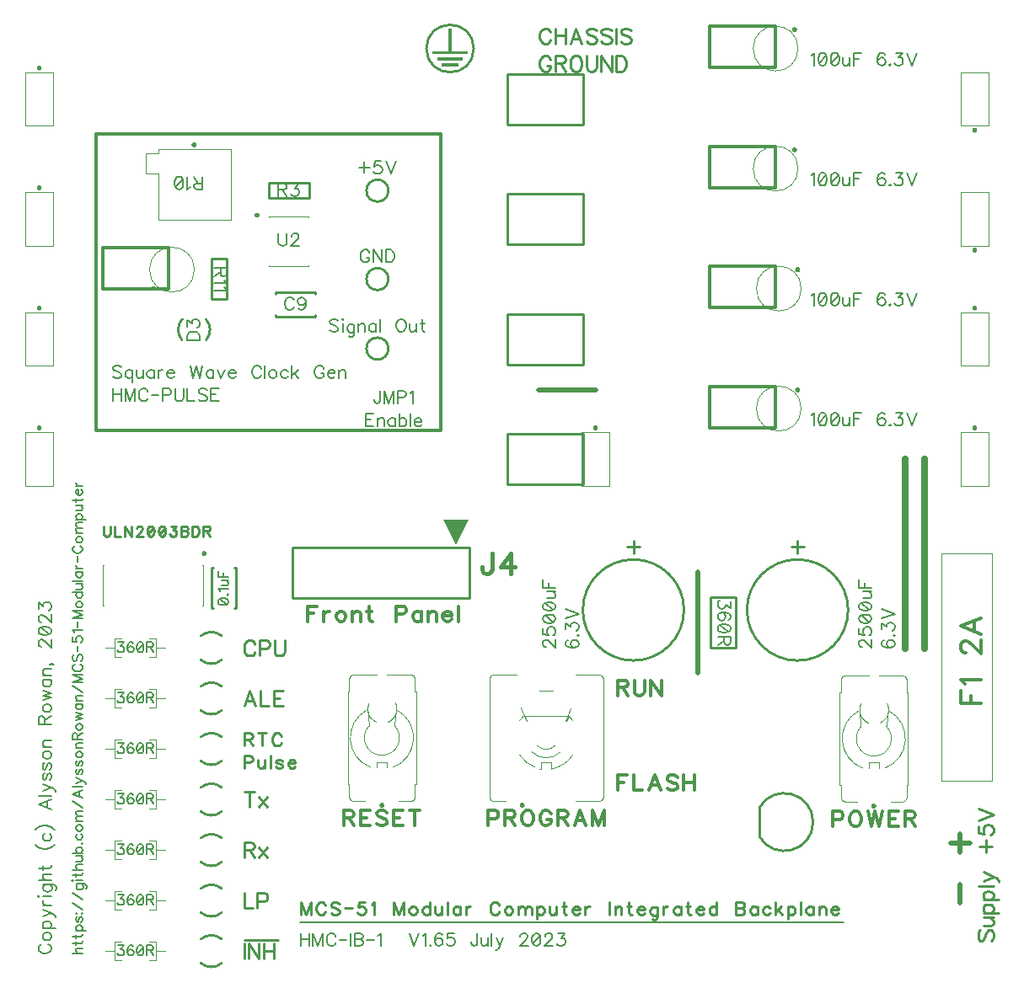
<source format=gbr>
G04 DipTrace 4.3.0.5*
G04 TopSilk.gbr*
%MOMM*%
G04 #@! TF.FileFunction,Legend,Top*
G04 #@! TF.Part,Single*
%ADD10C,0.25*%
%ADD13C,0.12*%
%ADD20C,0.66*%
%ADD21C,0.5*%
%ADD24C,0.1*%
%ADD25C,0.15*%
%ADD26C,0.3*%
%ADD48C,0.26*%
%ADD112C,0.19608*%
%ADD113C,0.22222*%
%ADD114C,0.23529*%
%ADD115C,0.31373*%
%ADD116C,0.33333*%
%ADD117C,0.27778*%
%ADD118C,0.15686*%
%ADD119C,0.44444*%
%FSLAX35Y35*%
G04*
G71*
G90*
G75*
G01*
G04 TopSilk*
%LPD*%
X2855887Y-310213D2*
D10*
X2981873D1*
X2918880Y-246270D2*
Y-372953D1*
X2410883Y-944773D2*
G02X2410883Y-944773I507997J0D01*
G01*
X1207007Y-310213D2*
X1332993D1*
X1270000Y-246270D2*
Y-372953D1*
X762003Y-944773D2*
G02X762003Y-944773I507997J0D01*
G01*
X-4556000Y3921000D2*
D13*
Y4461000D1*
X-4842000D1*
Y3921000D1*
X-4556000D1*
G36*
X-4674000Y4504000D2*
X-4674214Y4500737D1*
X-4674852Y4497530D1*
X-4675903Y4494433D1*
X-4677349Y4491500D1*
X-4679166Y4488781D1*
X-4681322Y4486322D1*
X-4683781Y4484166D1*
X-4686500Y4482349D1*
X-4689433Y4480903D1*
X-4692530Y4479852D1*
X-4695737Y4479214D1*
X-4699000Y4479000D1*
X-4702263Y4479214D1*
X-4705470Y4479852D1*
X-4708567Y4480903D1*
X-4711500Y4482349D1*
X-4714219Y4484166D1*
X-4716678Y4486322D1*
X-4718834Y4488781D1*
X-4720651Y4491500D1*
X-4722097Y4494433D1*
X-4723148Y4497530D1*
X-4723786Y4500737D1*
X-4724000Y4504000D1*
D1*
X-4723786Y4507263D1*
X-4723148Y4510470D1*
X-4722097Y4513567D1*
X-4720651Y4516500D1*
X-4718834Y4519219D1*
X-4716678Y4521678D1*
X-4714219Y4523834D1*
X-4711500Y4525651D1*
X-4708567Y4527097D1*
X-4705470Y4528148D1*
X-4702263Y4528786D1*
X-4699000Y4529000D1*
X-4695737Y4528786D1*
X-4692530Y4528148D1*
X-4689433Y4527097D1*
X-4686500Y4525651D1*
X-4683781Y4523834D1*
X-4681322Y4521678D1*
X-4679166Y4519219D1*
X-4677349Y4516500D1*
X-4675903Y4513567D1*
X-4674852Y4510470D1*
X-4674214Y4507263D1*
X-4674000Y4504000D1*
D1*
G37*
X762000Y3937000D2*
D10*
Y4445000D1*
X0D1*
Y3937000D1*
X762000D1*
X2535063Y-3221727D2*
Y-2931007D1*
G02X2535063Y-3221727I250436J-145360D01*
G01*
X2299753Y-818210D2*
Y-1325297D1*
X2045753D2*
X2299753D1*
X2045753Y-818210D2*
Y-1325297D1*
Y-818210D2*
X2299753D1*
X-381000Y-825500D2*
Y-317500D1*
X-2159000D1*
Y-825500D1*
X-381000D1*
X-2867727Y-1447673D2*
G02X-3076593Y-1444793I-102802J119724D01*
G01*
X-2867727Y-1203833D2*
G03X-3076593Y-1206713I-102802J-119724D01*
G01*
X-1147590Y-2527710D2*
D13*
G03X-1106500Y-1949763I-108654J298159D01*
G01*
X-1307247Y-2527557D2*
Y-2471853D1*
X-1205247D1*
Y-2527557D1*
X-1316297Y-2068380D2*
X-1329247Y-2061993D1*
X-1345127Y-2051383D1*
X-1359483Y-2038790D1*
X-1372077Y-2024433D1*
X-1382687Y-2008553D1*
X-1391133Y-1991427D1*
X-1397273Y-1973340D1*
X-1400997Y-1954610D1*
X-1402247Y-1935553D1*
X-1400997Y-1916497D1*
X-1397273Y-1897767D1*
X-1391133Y-1879680D1*
X-1387000Y-1871297D1*
X-1386480Y-2110427D2*
X-1402247Y-1935553D1*
X-1128413Y-2107853D2*
X-1110247Y-1935553D1*
X-1424490Y-2864553D2*
X-1546247D1*
X-1574547Y-2852653D1*
X-1586247Y-2823953D1*
Y-2696953D1*
X-1599247D1*
Y-2229553D1*
X-1386480Y-2110427D2*
G03X-1128413Y-2107853I130234J-119126D01*
G01*
X-1405400Y-1949267D2*
G03X-1365363Y-2527713I149152J-280285D01*
G01*
X-913247Y-2229553D2*
Y-2696953D1*
X-926247D1*
Y-2823953D1*
X-937947Y-2852653D1*
X-966247Y-2864553D1*
X-1088003D1*
X-1599247Y-2229553D2*
Y-1762153D1*
X-1586247D1*
Y-1635153D1*
X-1574547Y-1606453D1*
X-1546247Y-1594553D1*
X-1304803D1*
X-1125493Y-1871297D2*
X-1121360Y-1879680D1*
X-1115220Y-1897767D1*
X-1111497Y-1916497D1*
X-1110247Y-1935553D1*
X-1111497Y-1954610D1*
X-1115220Y-1973340D1*
X-1121360Y-1991427D1*
X-1129807Y-2008553D1*
X-1140417Y-2024433D1*
X-1153010Y-2038790D1*
X-1167367Y-2051383D1*
X-1183247Y-2061993D1*
X-1196197Y-2068380D1*
X-1207690Y-1594553D2*
X-966247D1*
X-937947Y-1606453D1*
X-926247Y-1635153D1*
Y-1762153D1*
X-913247D1*
Y-2229553D1*
G36*
X-1256247Y-2932553D2*
X-1259510Y-2932339D1*
X-1262717Y-2931701D1*
X-1265814Y-2930650D1*
X-1268747Y-2929204D1*
X-1271466Y-2927387D1*
X-1273924Y-2925231D1*
X-1276081Y-2922772D1*
X-1277897Y-2920053D1*
X-1279344Y-2917120D1*
X-1280395Y-2914024D1*
X-1281033Y-2910816D1*
X-1281247Y-2907553D1*
X-1281033Y-2904290D1*
X-1280395Y-2901083D1*
X-1279344Y-2897986D1*
X-1277897Y-2895053D1*
X-1276081Y-2892334D1*
X-1273924Y-2889876D1*
X-1271466Y-2887719D1*
X-1268747Y-2885903D1*
X-1265814Y-2884456D1*
X-1262717Y-2883405D1*
X-1259510Y-2882767D1*
X-1256247Y-2882553D1*
D1*
X-1252984Y-2882767D1*
X-1249776Y-2883405D1*
X-1246680Y-2884456D1*
X-1243747Y-2885903D1*
X-1241028Y-2887719D1*
X-1238569Y-2889876D1*
X-1236413Y-2892334D1*
X-1234596Y-2895053D1*
X-1233150Y-2897986D1*
X-1232099Y-2901083D1*
X-1231461Y-2904290D1*
X-1231247Y-2907553D1*
X-1231461Y-2910816D1*
X-1232099Y-2914024D1*
X-1233150Y-2917120D1*
X-1234596Y-2920053D1*
X-1236413Y-2922772D1*
X-1238569Y-2925231D1*
X-1241028Y-2927387D1*
X-1243747Y-2929204D1*
X-1246680Y-2930650D1*
X-1249776Y-2931701D1*
X-1252984Y-2932339D1*
X-1256247Y-2932553D1*
D1*
G37*
X966253Y-2229553D2*
D13*
Y-2823553D1*
X954753Y-2852553D1*
X925753Y-2864553D1*
X688243D1*
X-176747Y-2229553D2*
Y-1635553D1*
X-165247Y-1606553D1*
X-136247Y-1594553D1*
X101263D1*
X170317Y-2004977D2*
G03X127327Y-2058410I224702J-224796D01*
G01*
X445740Y-2542773D2*
G03X661967Y-2400733I-50988J313219D01*
G01*
X343753Y-2542853D2*
Y-2471853D1*
X445753D1*
Y-2542853D1*
X251490Y-2371960D2*
G03X538013Y-2371963I143263J142407D01*
G01*
X307423Y-2308000D2*
G03X482080Y-2308007I87331J78440D01*
G01*
X586940Y-2063733D2*
X614753Y-2013380D1*
X174753D1*
X202567Y-2063733D1*
X194683Y-2061590D2*
X170443Y-2005137D1*
X595137Y-2061513D2*
X619663Y-2005733D1*
X144877Y-1932363D2*
G03X173153Y-2010403I248330J45836D01*
G01*
X616290Y-2010517D2*
G03X644630Y-1932363I-219893J123953D01*
G01*
X326250Y-1759553D2*
X463257D1*
G36*
X153253Y-2932553D2*
X149990Y-2932339D1*
X146783Y-2931701D1*
X143686Y-2930650D1*
X140753Y-2929204D1*
X138034Y-2927387D1*
X135576Y-2925231D1*
X133419Y-2922772D1*
X131603Y-2920053D1*
X130156Y-2917120D1*
X129105Y-2914024D1*
X128467Y-2910816D1*
X128253Y-2907553D1*
X128467Y-2904290D1*
X129105Y-2901083D1*
X130156Y-2897986D1*
X131603Y-2895053D1*
X133419Y-2892334D1*
X135576Y-2889876D1*
X138034Y-2887719D1*
X140753Y-2885903D1*
X143686Y-2884456D1*
X146783Y-2883405D1*
X149990Y-2882767D1*
X153253Y-2882553D1*
D1*
X156516Y-2882767D1*
X159724Y-2883405D1*
X162820Y-2884456D1*
X165753Y-2885903D1*
X168472Y-2887719D1*
X170931Y-2889876D1*
X173087Y-2892334D1*
X174904Y-2895053D1*
X176350Y-2897986D1*
X177401Y-2901083D1*
X178039Y-2904290D1*
X178253Y-2907553D1*
X178039Y-2910816D1*
X177401Y-2914024D1*
X176350Y-2917120D1*
X174904Y-2920053D1*
X173087Y-2922772D1*
X170931Y-2925231D1*
X168472Y-2927387D1*
X165753Y-2929204D1*
X162820Y-2930650D1*
X159724Y-2931701D1*
X156516Y-2932339D1*
X153253Y-2932553D1*
D1*
G37*
X-16710Y-2864553D2*
D13*
X-136247D1*
X-165247Y-2852553D1*
X-176747Y-2823553D1*
Y-2229553D1*
X688243Y-1594553D2*
X925753D1*
X954753Y-1606553D1*
X966253Y-1635553D1*
Y-2229553D1*
X127260Y-2400593D2*
G03X282653Y-2526607I267500J171050D01*
G01*
X325480Y-2539350D2*
X343740Y-2542930D1*
X661993Y-2058413D2*
G03X620273Y-2006290I-267538J-171381D01*
G01*
X-3060000Y-898500D2*
X-3056000D1*
Y-498500D1*
X-3060000D1*
X-4052000Y-898500D2*
X-4056000D1*
Y-498500D1*
X-4052000D1*
G36*
X-3016000Y-377500D2*
X-3016214Y-380763D1*
X-3016852Y-383970D1*
X-3017903Y-387067D1*
X-3019349Y-390000D1*
X-3021166Y-392719D1*
X-3023322Y-395178D1*
X-3025781Y-397334D1*
X-3028500Y-399151D1*
X-3031433Y-400597D1*
X-3034530Y-401648D1*
X-3037737Y-402286D1*
X-3041000Y-402500D1*
X-3044263Y-402286D1*
X-3047470Y-401648D1*
X-3050567Y-400597D1*
X-3053500Y-399151D1*
X-3056219Y-397334D1*
X-3058678Y-395178D1*
X-3060834Y-392719D1*
X-3062651Y-390000D1*
X-3064097Y-387067D1*
X-3065148Y-383970D1*
X-3065786Y-380763D1*
X-3066000Y-377500D1*
D1*
X-3065786Y-374237D1*
X-3065148Y-371030D1*
X-3064097Y-367933D1*
X-3062651Y-365000D1*
X-3060834Y-362281D1*
X-3058678Y-359822D1*
X-3056219Y-357666D1*
X-3053500Y-355849D1*
X-3050567Y-354403D1*
X-3047470Y-353352D1*
X-3044263Y-352714D1*
X-3041000Y-352500D1*
X-3037737Y-352714D1*
X-3034530Y-353352D1*
X-3031433Y-354403D1*
X-3028500Y-355849D1*
X-3025781Y-357666D1*
X-3023322Y-359822D1*
X-3021166Y-362281D1*
X-3019349Y-365000D1*
X-3017903Y-367933D1*
X-3016852Y-371030D1*
X-3016214Y-374237D1*
X-3016000Y-377500D1*
D1*
G37*
X-3869747Y-1230753D2*
D13*
X-3937747D1*
Y-1420753D1*
X-3869747D1*
X-3595747Y-1230753D2*
X-3527747D1*
Y-1420753D1*
X-3595747D1*
X-4034747Y-1325753D2*
X-3937747D1*
X-3527747D2*
X-3430747D1*
X-3869747Y-1738753D2*
X-3937747D1*
Y-1928753D1*
X-3869747D1*
X-3595747Y-1738753D2*
X-3527747D1*
Y-1928753D1*
X-3595747D1*
X-4034747Y-1833753D2*
X-3937747D1*
X-3527747D2*
X-3430747D1*
X-3869747Y-2246753D2*
X-3937747D1*
Y-2436753D1*
X-3869747D1*
X-3595747Y-2246753D2*
X-3527747D1*
Y-2436753D1*
X-3595747D1*
X-4034747Y-2341753D2*
X-3937747D1*
X-3527747D2*
X-3430747D1*
X-3869747Y-2754753D2*
X-3937747D1*
Y-2944753D1*
X-3869747D1*
X-3595747Y-2754753D2*
X-3527747D1*
Y-2944753D1*
X-3595747D1*
X-4034747Y-2849753D2*
X-3937747D1*
X-3527747D2*
X-3430747D1*
X-3869747Y-3262753D2*
X-3937747D1*
Y-3452753D1*
X-3869747D1*
X-3595747Y-3262753D2*
X-3527747D1*
Y-3452753D1*
X-3595747D1*
X-4034747Y-3357753D2*
X-3937747D1*
X-3527747D2*
X-3430747D1*
X-3869747Y-3770753D2*
X-3937747D1*
Y-3960753D1*
X-3869747D1*
X-3595747Y-3770753D2*
X-3527747D1*
Y-3960753D1*
X-3595747D1*
X-4034747Y-3865753D2*
X-3937747D1*
X-3527747D2*
X-3430747D1*
X-3869747Y-4278753D2*
X-3937747D1*
Y-4468753D1*
X-3869747D1*
X-3595747Y-4278753D2*
X-3527747D1*
Y-4468753D1*
X-3595747D1*
X-4034747Y-4373753D2*
X-3937747D1*
X-3527747D2*
X-3430747D1*
X-2867727Y-1955673D2*
D10*
G02X-3076593Y-1952793I-102802J119724D01*
G01*
X-2867727Y-1711833D2*
G03X-3076593Y-1714713I-102802J-119724D01*
G01*
X-2867727Y-2463673D2*
G02X-3076593Y-2460793I-102802J119724D01*
G01*
X-2867727Y-2219833D2*
G03X-3076593Y-2222713I-102802J-119724D01*
G01*
X-2867727Y-2971673D2*
G02X-3076593Y-2968793I-102802J119724D01*
G01*
X-2867727Y-2727833D2*
G03X-3076593Y-2730713I-102802J-119724D01*
G01*
X-2867727Y-3479673D2*
G02X-3076593Y-3476793I-102802J119724D01*
G01*
X-2867727Y-3235833D2*
G03X-3076593Y-3238713I-102802J-119724D01*
G01*
X-2867727Y-3987673D2*
G02X-3076593Y-3984793I-102802J119724D01*
G01*
X-2867727Y-3743833D2*
G03X-3076593Y-3746713I-102802J-119724D01*
G01*
X-2867727Y-4495673D2*
G02X-3076593Y-4492793I-102802J119724D01*
G01*
X-2867727Y-4251833D2*
G03X-3076593Y-4254713I-102802J-119724D01*
G01*
X-2718747Y-922383D2*
X-2736747D1*
X-2950747D2*
X-2968747D1*
X-2950747Y-522623D2*
X-2968747D1*
X-2718747D2*
X-2736747D1*
X-2968747Y-922383D2*
Y-522623D1*
X-2718747Y-922383D2*
Y-522623D1*
X3793923Y-2535457D2*
D13*
G03X3835013Y-1957510I-108654J298159D01*
G01*
X3634267Y-2535303D2*
Y-2479600D1*
X3736267D1*
Y-2535303D1*
X3625217Y-2076127D2*
X3612267Y-2069740D1*
X3596387Y-2059130D1*
X3582030Y-2046537D1*
X3569437Y-2032180D1*
X3558827Y-2016300D1*
X3550380Y-1999173D1*
X3544240Y-1981087D1*
X3540517Y-1962357D1*
X3539267Y-1943300D1*
X3540517Y-1924243D1*
X3544240Y-1905513D1*
X3550380Y-1887427D1*
X3554513Y-1879043D1*
X3555033Y-2118173D2*
X3539267Y-1943300D1*
X3813100Y-2115600D2*
X3831267Y-1943300D1*
X3517023Y-2872300D2*
X3395267D1*
X3366967Y-2860400D1*
X3355267Y-2831700D1*
Y-2704700D1*
X3342267D1*
Y-2237300D1*
X3555033Y-2118173D2*
G03X3813100Y-2115600I130234J-119126D01*
G01*
X3536113Y-1957013D2*
G03X3576150Y-2535460I149152J-280285D01*
G01*
X4028267Y-2237300D2*
Y-2704700D1*
X4015267D1*
Y-2831700D1*
X4003567Y-2860400D1*
X3975267Y-2872300D1*
X3853510D1*
X3342267Y-2237300D2*
Y-1769900D1*
X3355267D1*
Y-1642900D1*
X3366967Y-1614200D1*
X3395267Y-1602300D1*
X3636710D1*
X3816020Y-1879043D2*
X3820153Y-1887427D1*
X3826293Y-1905513D1*
X3830017Y-1924243D1*
X3831267Y-1943300D1*
X3830017Y-1962357D1*
X3826293Y-1981087D1*
X3820153Y-1999173D1*
X3811707Y-2016300D1*
X3801097Y-2032180D1*
X3788503Y-2046537D1*
X3774147Y-2059130D1*
X3758267Y-2069740D1*
X3745317Y-2076127D1*
X3733823Y-1602300D2*
X3975267D1*
X4003567Y-1614200D1*
X4015267Y-1642900D1*
Y-1769900D1*
X4028267D1*
Y-2237300D1*
G36*
X3685267Y-2940300D2*
X3682004Y-2940086D1*
X3678796Y-2939448D1*
X3675700Y-2938397D1*
X3672767Y-2936951D1*
X3670048Y-2935134D1*
X3667589Y-2932978D1*
X3665433Y-2930519D1*
X3663616Y-2927800D1*
X3662170Y-2924867D1*
X3661119Y-2921770D1*
X3660481Y-2918563D1*
X3660267Y-2915300D1*
X3660481Y-2912037D1*
X3661119Y-2908830D1*
X3662170Y-2905733D1*
X3663616Y-2902800D1*
X3665433Y-2900081D1*
X3667589Y-2897622D1*
X3670048Y-2895466D1*
X3672767Y-2893649D1*
X3675700Y-2892203D1*
X3678796Y-2891152D1*
X3682004Y-2890514D1*
X3685267Y-2890300D1*
D1*
X3688530Y-2890514D1*
X3691737Y-2891152D1*
X3694834Y-2892203D1*
X3697767Y-2893649D1*
X3700486Y-2895466D1*
X3702944Y-2897622D1*
X3705101Y-2900081D1*
X3706917Y-2902800D1*
X3708364Y-2905733D1*
X3709415Y-2908830D1*
X3710053Y-2912037D1*
X3710267Y-2915300D1*
X3710053Y-2918563D1*
X3709415Y-2921770D1*
X3708364Y-2924867D1*
X3706917Y-2927800D1*
X3705101Y-2930519D1*
X3702944Y-2932978D1*
X3700486Y-2935134D1*
X3697767Y-2936951D1*
X3694834Y-2938397D1*
X3691737Y-2939448D1*
X3688530Y-2940086D1*
X3685267Y-2940300D1*
D1*
G37*
X-4556000Y2714500D2*
D13*
Y3254500D1*
X-4842000D1*
Y2714500D1*
X-4556000D1*
G36*
X-4674000Y3297500D2*
X-4674214Y3294237D1*
X-4674852Y3291030D1*
X-4675903Y3287933D1*
X-4677349Y3285000D1*
X-4679166Y3282281D1*
X-4681322Y3279822D1*
X-4683781Y3277666D1*
X-4686500Y3275849D1*
X-4689433Y3274403D1*
X-4692530Y3273352D1*
X-4695737Y3272714D1*
X-4699000Y3272500D1*
X-4702263Y3272714D1*
X-4705470Y3273352D1*
X-4708567Y3274403D1*
X-4711500Y3275849D1*
X-4714219Y3277666D1*
X-4716678Y3279822D1*
X-4718834Y3282281D1*
X-4720651Y3285000D1*
X-4722097Y3287933D1*
X-4723148Y3291030D1*
X-4723786Y3294237D1*
X-4724000Y3297500D1*
D1*
X-4723786Y3300763D1*
X-4723148Y3303970D1*
X-4722097Y3307067D1*
X-4720651Y3310000D1*
X-4718834Y3312719D1*
X-4716678Y3315178D1*
X-4714219Y3317334D1*
X-4711500Y3319151D1*
X-4708567Y3320597D1*
X-4705470Y3321648D1*
X-4702263Y3322286D1*
X-4699000Y3322500D1*
X-4695737Y3322286D1*
X-4692530Y3321648D1*
X-4689433Y3320597D1*
X-4686500Y3319151D1*
X-4683781Y3317334D1*
X-4681322Y3315178D1*
X-4679166Y3312719D1*
X-4677349Y3310000D1*
X-4675903Y3307067D1*
X-4674852Y3303970D1*
X-4674214Y3300763D1*
X-4674000Y3297500D1*
D1*
G37*
X762000Y2730500D2*
D10*
Y3238500D1*
X0D1*
Y2730500D1*
X762000D1*
G36*
X-585417Y4896980D2*
Y4641620D1*
X-557393D1*
Y4896980D1*
X-585417D1*
G37*
G36*
X-747383Y4669647D2*
Y4641620D1*
X-395383D1*
Y4669647D1*
X-747383D1*
G37*
G36*
X-697380Y4608607D2*
Y4580630D1*
X-445380D1*
Y4608607D1*
X-697380D1*
G37*
G36*
X-654380Y4549613D2*
Y4521637D1*
X-488380D1*
Y4549613D1*
X-654380D1*
G37*
X-809000Y4699000D2*
D48*
G02X-809000Y4699000I237500J0D01*
G01*
X2473750Y3492500D2*
D13*
G02X2473750Y3492500I225000J0D01*
G01*
G36*
X2888257Y3707007D2*
X2891520Y3706793D1*
X2894727Y3706155D1*
X2897824Y3705104D1*
X2900757Y3703657D1*
X2903476Y3701841D1*
X2905934Y3699684D1*
X2908091Y3697226D1*
X2909907Y3694507D1*
X2911354Y3691574D1*
X2912405Y3688477D1*
X2913043Y3685270D1*
X2913257Y3682007D1*
X2913043Y3678744D1*
X2912405Y3675536D1*
X2911354Y3672440D1*
X2909907Y3669507D1*
X2908091Y3666788D1*
X2905934Y3664329D1*
X2903476Y3662173D1*
X2900757Y3660356D1*
X2897824Y3658910D1*
X2894727Y3657859D1*
X2891520Y3657221D1*
X2888257Y3657007D1*
D1*
X2884994Y3657221D1*
X2881786Y3657859D1*
X2878690Y3658910D1*
X2875757Y3660356D1*
X2873038Y3662173D1*
X2870579Y3664329D1*
X2868423Y3666788D1*
X2866606Y3669507D1*
X2865160Y3672440D1*
X2864109Y3675536D1*
X2863471Y3678744D1*
X2863257Y3682007D1*
X2863471Y3685270D1*
X2864109Y3688477D1*
X2865160Y3691574D1*
X2866606Y3694507D1*
X2868423Y3697226D1*
X2870579Y3699684D1*
X2873038Y3701841D1*
X2875757Y3703657D1*
X2878690Y3705104D1*
X2881786Y3706155D1*
X2884994Y3706793D1*
X2888257Y3707007D1*
D1*
G37*
X2505500Y1079500D2*
D13*
G02X2505500Y1079500I225000J0D01*
G01*
G36*
X2920007Y1294007D2*
X2923270Y1293793D1*
X2926477Y1293155D1*
X2929574Y1292104D1*
X2932507Y1290657D1*
X2935226Y1288841D1*
X2937684Y1286684D1*
X2939841Y1284226D1*
X2941657Y1281507D1*
X2943104Y1278574D1*
X2944155Y1275477D1*
X2944793Y1272270D1*
X2945007Y1269007D1*
X2944793Y1265744D1*
X2944155Y1262536D1*
X2943104Y1259440D1*
X2941657Y1256507D1*
X2939841Y1253788D1*
X2937684Y1251329D1*
X2935226Y1249173D1*
X2932507Y1247356D1*
X2929574Y1245910D1*
X2926477Y1244859D1*
X2923270Y1244221D1*
X2920007Y1244007D1*
D1*
X2916744Y1244221D1*
X2913536Y1244859D1*
X2910440Y1245910D1*
X2907507Y1247356D1*
X2904788Y1249173D1*
X2902329Y1251329D1*
X2900173Y1253788D1*
X2898356Y1256507D1*
X2896910Y1259440D1*
X2895859Y1262536D1*
X2895221Y1265744D1*
X2895007Y1269007D1*
X2895221Y1272270D1*
X2895859Y1275477D1*
X2896910Y1278574D1*
X2898356Y1281507D1*
X2900173Y1284226D1*
X2902329Y1286684D1*
X2904788Y1288841D1*
X2907507Y1290657D1*
X2910440Y1292104D1*
X2913536Y1293155D1*
X2916744Y1293793D1*
X2920007Y1294007D1*
D1*
G37*
X2473750Y4699000D2*
D13*
G02X2473750Y4699000I225000J0D01*
G01*
G36*
X2888257Y4913507D2*
X2891520Y4913293D1*
X2894727Y4912655D1*
X2897824Y4911604D1*
X2900757Y4910157D1*
X2903476Y4908341D1*
X2905934Y4906184D1*
X2908091Y4903726D1*
X2909907Y4901007D1*
X2911354Y4898074D1*
X2912405Y4894977D1*
X2913043Y4891770D1*
X2913257Y4888507D1*
X2913043Y4885244D1*
X2912405Y4882036D1*
X2911354Y4878940D1*
X2909907Y4876007D1*
X2908091Y4873288D1*
X2905934Y4870829D1*
X2903476Y4868673D1*
X2900757Y4866856D1*
X2897824Y4865410D1*
X2894727Y4864359D1*
X2891520Y4863721D1*
X2888257Y4863507D1*
D1*
X2884994Y4863721D1*
X2881786Y4864359D1*
X2878690Y4865410D1*
X2875757Y4866856D1*
X2873038Y4868673D1*
X2870579Y4870829D1*
X2868423Y4873288D1*
X2866606Y4876007D1*
X2865160Y4878940D1*
X2864109Y4882036D1*
X2863471Y4885244D1*
X2863257Y4888507D1*
X2863471Y4891770D1*
X2864109Y4894977D1*
X2865160Y4898074D1*
X2866606Y4901007D1*
X2868423Y4903726D1*
X2870579Y4906184D1*
X2873038Y4908341D1*
X2875757Y4910157D1*
X2878690Y4911604D1*
X2881786Y4912655D1*
X2884994Y4913293D1*
X2888257Y4913507D1*
D1*
G37*
X762000Y1524000D2*
D10*
Y2032000D1*
X0D1*
Y1524000D1*
X762000D1*
X2505500Y2286000D2*
D13*
G02X2505500Y2286000I225000J0D01*
G01*
G36*
X2920007Y2500507D2*
X2923270Y2500293D1*
X2926477Y2499655D1*
X2929574Y2498604D1*
X2932507Y2497157D1*
X2935226Y2495341D1*
X2937684Y2493184D1*
X2939841Y2490726D1*
X2941657Y2488007D1*
X2943104Y2485074D1*
X2944155Y2481977D1*
X2944793Y2478770D1*
X2945007Y2475507D1*
X2944793Y2472244D1*
X2944155Y2469036D1*
X2943104Y2465940D1*
X2941657Y2463007D1*
X2939841Y2460288D1*
X2937684Y2457829D1*
X2935226Y2455673D1*
X2932507Y2453856D1*
X2929574Y2452410D1*
X2926477Y2451359D1*
X2923270Y2450721D1*
X2920007Y2450507D1*
D1*
X2916744Y2450721D1*
X2913536Y2451359D1*
X2910440Y2452410D1*
X2907507Y2453856D1*
X2904788Y2455673D1*
X2902329Y2457829D1*
X2900173Y2460288D1*
X2898356Y2463007D1*
X2896910Y2465940D1*
X2895859Y2469036D1*
X2895221Y2472244D1*
X2895007Y2475507D1*
X2895221Y2478770D1*
X2895859Y2481977D1*
X2896910Y2485074D1*
X2898356Y2488007D1*
X2900173Y2490726D1*
X2902329Y2493184D1*
X2904788Y2495341D1*
X2907507Y2497157D1*
X2910440Y2498604D1*
X2913536Y2499655D1*
X2916744Y2500293D1*
X2920007Y2500507D1*
D1*
G37*
X4556000Y3254500D2*
D13*
Y2714500D1*
X4842000D1*
Y3254500D1*
X4556000D1*
G36*
X4674000Y2671500D2*
X4674214Y2674763D1*
X4674852Y2677970D1*
X4675903Y2681067D1*
X4677349Y2684000D1*
X4679166Y2686719D1*
X4681322Y2689178D1*
X4683781Y2691334D1*
X4686500Y2693151D1*
X4689433Y2694597D1*
X4692530Y2695648D1*
X4695737Y2696286D1*
X4699000Y2696500D1*
X4702263Y2696286D1*
X4705470Y2695648D1*
X4708567Y2694597D1*
X4711500Y2693151D1*
X4714219Y2691334D1*
X4716678Y2689178D1*
X4718834Y2686719D1*
X4720651Y2684000D1*
X4722097Y2681067D1*
X4723148Y2677970D1*
X4723786Y2674763D1*
X4724000Y2671500D1*
D1*
X4723786Y2668237D1*
X4723148Y2665030D1*
X4722097Y2661933D1*
X4720651Y2659000D1*
X4718834Y2656281D1*
X4716678Y2653822D1*
X4714219Y2651666D1*
X4711500Y2649849D1*
X4708567Y2648403D1*
X4705470Y2647352D1*
X4702263Y2646714D1*
X4699000Y2646500D1*
X4695737Y2646714D1*
X4692530Y2647352D1*
X4689433Y2648403D1*
X4686500Y2649849D1*
X4683781Y2651666D1*
X4681322Y2653822D1*
X4679166Y2656281D1*
X4677349Y2659000D1*
X4675903Y2661933D1*
X4674852Y2665030D1*
X4674214Y2668237D1*
X4674000Y2671500D1*
D1*
G37*
X-4556000Y1508000D2*
D13*
Y2048000D1*
X-4842000D1*
Y1508000D1*
X-4556000D1*
G36*
X-4674000Y2091000D2*
X-4674214Y2087737D1*
X-4674852Y2084530D1*
X-4675903Y2081433D1*
X-4677349Y2078500D1*
X-4679166Y2075781D1*
X-4681322Y2073322D1*
X-4683781Y2071166D1*
X-4686500Y2069349D1*
X-4689433Y2067903D1*
X-4692530Y2066852D1*
X-4695737Y2066214D1*
X-4699000Y2066000D1*
X-4702263Y2066214D1*
X-4705470Y2066852D1*
X-4708567Y2067903D1*
X-4711500Y2069349D1*
X-4714219Y2071166D1*
X-4716678Y2073322D1*
X-4718834Y2075781D1*
X-4720651Y2078500D1*
X-4722097Y2081433D1*
X-4723148Y2084530D1*
X-4723786Y2087737D1*
X-4724000Y2091000D1*
D1*
X-4723786Y2094263D1*
X-4723148Y2097470D1*
X-4722097Y2100567D1*
X-4720651Y2103500D1*
X-4718834Y2106219D1*
X-4716678Y2108678D1*
X-4714219Y2110834D1*
X-4711500Y2112651D1*
X-4708567Y2114097D1*
X-4705470Y2115148D1*
X-4702263Y2115786D1*
X-4699000Y2116000D1*
X-4695737Y2115786D1*
X-4692530Y2115148D1*
X-4689433Y2114097D1*
X-4686500Y2112651D1*
X-4683781Y2110834D1*
X-4681322Y2108678D1*
X-4679166Y2106219D1*
X-4677349Y2103500D1*
X-4675903Y2100567D1*
X-4674852Y2097470D1*
X-4674214Y2094263D1*
X-4674000Y2091000D1*
D1*
G37*
X4842000Y1508000D2*
D13*
Y2048000D1*
X4556000D1*
Y1508000D1*
X4842000D1*
G36*
X4724000Y2091000D2*
X4723786Y2087737D1*
X4723148Y2084530D1*
X4722097Y2081433D1*
X4720651Y2078500D1*
X4718834Y2075781D1*
X4716678Y2073322D1*
X4714219Y2071166D1*
X4711500Y2069349D1*
X4708567Y2067903D1*
X4705470Y2066852D1*
X4702263Y2066214D1*
X4699000Y2066000D1*
X4695737Y2066214D1*
X4692530Y2066852D1*
X4689433Y2067903D1*
X4686500Y2069349D1*
X4683781Y2071166D1*
X4681322Y2073322D1*
X4679166Y2075781D1*
X4677349Y2078500D1*
X4675903Y2081433D1*
X4674852Y2084530D1*
X4674214Y2087737D1*
X4674000Y2091000D1*
D1*
X4674214Y2094263D1*
X4674852Y2097470D1*
X4675903Y2100567D1*
X4677349Y2103500D1*
X4679166Y2106219D1*
X4681322Y2108678D1*
X4683781Y2110834D1*
X4686500Y2112651D1*
X4689433Y2114097D1*
X4692530Y2115148D1*
X4695737Y2115786D1*
X4699000Y2116000D1*
X4702263Y2115786D1*
X4705470Y2115148D1*
X4708567Y2114097D1*
X4711500Y2112651D1*
X4714219Y2110834D1*
X4716678Y2108678D1*
X4718834Y2106219D1*
X4720651Y2103500D1*
X4722097Y2100567D1*
X4723148Y2097470D1*
X4723786Y2094263D1*
X4724000Y2091000D1*
D1*
G37*
X4556000Y4461000D2*
D13*
Y3921000D1*
X4842000D1*
Y4461000D1*
X4556000D1*
G36*
X4674000Y3878000D2*
X4674214Y3881263D1*
X4674852Y3884470D1*
X4675903Y3887567D1*
X4677349Y3890500D1*
X4679166Y3893219D1*
X4681322Y3895678D1*
X4683781Y3897834D1*
X4686500Y3899651D1*
X4689433Y3901097D1*
X4692530Y3902148D1*
X4695737Y3902786D1*
X4699000Y3903000D1*
X4702263Y3902786D1*
X4705470Y3902148D1*
X4708567Y3901097D1*
X4711500Y3899651D1*
X4714219Y3897834D1*
X4716678Y3895678D1*
X4718834Y3893219D1*
X4720651Y3890500D1*
X4722097Y3887567D1*
X4723148Y3884470D1*
X4723786Y3881263D1*
X4724000Y3878000D1*
D1*
X4723786Y3874737D1*
X4723148Y3871530D1*
X4722097Y3868433D1*
X4720651Y3865500D1*
X4718834Y3862781D1*
X4716678Y3860322D1*
X4714219Y3858166D1*
X4711500Y3856349D1*
X4708567Y3854903D1*
X4705470Y3853852D1*
X4702263Y3853214D1*
X4699000Y3853000D1*
X4695737Y3853214D1*
X4692530Y3853852D1*
X4689433Y3854903D1*
X4686500Y3856349D1*
X4683781Y3858166D1*
X4681322Y3860322D1*
X4679166Y3862781D1*
X4677349Y3865500D1*
X4675903Y3868433D1*
X4674852Y3871530D1*
X4674214Y3874737D1*
X4674000Y3878000D1*
D1*
G37*
X-4556000Y301500D2*
D13*
Y841500D1*
X-4842000D1*
Y301500D1*
X-4556000D1*
G36*
X-4674000Y884500D2*
X-4674214Y881237D1*
X-4674852Y878030D1*
X-4675903Y874933D1*
X-4677349Y872000D1*
X-4679166Y869281D1*
X-4681322Y866822D1*
X-4683781Y864666D1*
X-4686500Y862849D1*
X-4689433Y861403D1*
X-4692530Y860352D1*
X-4695737Y859714D1*
X-4699000Y859500D1*
X-4702263Y859714D1*
X-4705470Y860352D1*
X-4708567Y861403D1*
X-4711500Y862849D1*
X-4714219Y864666D1*
X-4716678Y866822D1*
X-4718834Y869281D1*
X-4720651Y872000D1*
X-4722097Y874933D1*
X-4723148Y878030D1*
X-4723786Y881237D1*
X-4724000Y884500D1*
D1*
X-4723786Y887763D1*
X-4723148Y890970D1*
X-4722097Y894067D1*
X-4720651Y897000D1*
X-4718834Y899719D1*
X-4716678Y902178D1*
X-4714219Y904334D1*
X-4711500Y906151D1*
X-4708567Y907597D1*
X-4705470Y908648D1*
X-4702263Y909286D1*
X-4699000Y909500D1*
X-4695737Y909286D1*
X-4692530Y908648D1*
X-4689433Y907597D1*
X-4686500Y906151D1*
X-4683781Y904334D1*
X-4681322Y902178D1*
X-4679166Y899719D1*
X-4677349Y897000D1*
X-4675903Y894067D1*
X-4674852Y890970D1*
X-4674214Y887763D1*
X-4674000Y884500D1*
D1*
G37*
X762000Y317500D2*
D10*
Y825500D1*
X0D1*
Y317500D1*
X762000D1*
X4842000Y301500D2*
D13*
Y841500D1*
X4556000D1*
Y301500D1*
X4842000D1*
G36*
X4724000Y884500D2*
X4723786Y881237D1*
X4723148Y878030D1*
X4722097Y874933D1*
X4720651Y872000D1*
X4718834Y869281D1*
X4716678Y866822D1*
X4714219Y864666D1*
X4711500Y862849D1*
X4708567Y861403D1*
X4705470Y860352D1*
X4702263Y859714D1*
X4699000Y859500D1*
X4695737Y859714D1*
X4692530Y860352D1*
X4689433Y861403D1*
X4686500Y862849D1*
X4683781Y864666D1*
X4681322Y866822D1*
X4679166Y869281D1*
X4677349Y872000D1*
X4675903Y874933D1*
X4674852Y878030D1*
X4674214Y881237D1*
X4674000Y884500D1*
D1*
X4674214Y887763D1*
X4674852Y890970D1*
X4675903Y894067D1*
X4677349Y897000D1*
X4679166Y899719D1*
X4681322Y902178D1*
X4683781Y904334D1*
X4686500Y906151D1*
X4689433Y907597D1*
X4692530Y908648D1*
X4695737Y909286D1*
X4699000Y909500D1*
X4702263Y909286D1*
X4705470Y908648D1*
X4708567Y907597D1*
X4711500Y906151D1*
X4714219Y904334D1*
X4716678Y902178D1*
X4718834Y899719D1*
X4720651Y897000D1*
X4722097Y894067D1*
X4723148Y890970D1*
X4723786Y887763D1*
X4724000Y884500D1*
D1*
G37*
X-2327130Y2002250D2*
D10*
Y2020250D1*
Y2234250D2*
Y2252250D1*
X-1927370Y2234250D2*
Y2252250D1*
Y2002250D2*
Y2020250D1*
X-2327130Y2252250D2*
X-1927370D1*
X-2327130Y2002250D2*
X-1927370D1*
X-3265170Y1770230D2*
G02X-3262290Y1979097I119724J102802D01*
G01*
X-3021330Y1770230D2*
G03X-3024210Y1979097I-119724J102802D01*
G01*
X-1987170Y3194050D2*
Y3346450D1*
X-2394330Y3194050D2*
X-1987170D1*
X-2394330D2*
Y3346450D1*
X-1987170D1*
X-2769750Y3688250D2*
D13*
Y2979250D1*
X-3498750D1*
Y3445750D1*
X-3625750D1*
Y3648750D1*
X-3498750D1*
Y3688250D1*
X-2769750D1*
G36*
X-3118250Y3731250D2*
X-3118464Y3727987D1*
X-3119102Y3724780D1*
X-3120153Y3721683D1*
X-3121599Y3718750D1*
X-3123416Y3716031D1*
X-3125572Y3713572D1*
X-3128031Y3711416D1*
X-3130750Y3709599D1*
X-3133683Y3708153D1*
X-3136780Y3707102D1*
X-3139987Y3706464D1*
X-3143250Y3706250D1*
X-3146513Y3706464D1*
X-3149720Y3707102D1*
X-3152817Y3708153D1*
X-3155750Y3709599D1*
X-3158469Y3711416D1*
X-3160928Y3713572D1*
X-3163084Y3716031D1*
X-3164901Y3718750D1*
X-3166347Y3721683D1*
X-3167398Y3724780D1*
X-3168036Y3727987D1*
X-3168250Y3731250D1*
D1*
X-3168036Y3734513D1*
X-3167398Y3737720D1*
X-3166347Y3740817D1*
X-3164901Y3743750D1*
X-3163084Y3746469D1*
X-3160928Y3748928D1*
X-3158469Y3751084D1*
X-3155750Y3752901D1*
X-3152817Y3754347D1*
X-3149720Y3755398D1*
X-3146513Y3756036D1*
X-3143250Y3756250D1*
X-3139987Y3756036D1*
X-3136780Y3755398D1*
X-3133683Y3754347D1*
X-3130750Y3752901D1*
X-3128031Y3751084D1*
X-3125572Y3748928D1*
X-3123416Y3746469D1*
X-3121599Y3743750D1*
X-3120153Y3740817D1*
X-3119102Y3737720D1*
X-3118464Y3734513D1*
X-3118250Y3731250D1*
D1*
G37*
X-2965450Y2177670D2*
D10*
X-2813050D1*
X-2965450Y2584830D2*
Y2177670D1*
Y2584830D2*
X-2813050D1*
Y2177670D1*
X-1411750Y3270250D2*
G02X-1411750Y3270250I110000J0D01*
G01*
Y1682750D2*
G02X-1411750Y1682750I110000J0D01*
G01*
Y2381250D2*
G02X-1411750Y2381250I110000J0D01*
G01*
X-1990750Y3004250D2*
D13*
Y3012250D1*
X-2390750D1*
Y3004250D1*
X-1990750Y2520250D2*
Y2512250D1*
X-2390750D1*
Y2520250D1*
G36*
X-2511750Y3048250D2*
X-2508487Y3048036D1*
X-2505280Y3047398D1*
X-2502183Y3046347D1*
X-2499250Y3044901D1*
X-2496531Y3043084D1*
X-2494072Y3040928D1*
X-2491916Y3038469D1*
X-2490099Y3035750D1*
X-2488653Y3032817D1*
X-2487602Y3029720D1*
X-2486964Y3026513D1*
X-2486750Y3023250D1*
X-2486964Y3019987D1*
X-2487602Y3016780D1*
X-2488653Y3013683D1*
X-2490099Y3010750D1*
X-2491916Y3008031D1*
X-2494072Y3005572D1*
X-2496531Y3003416D1*
X-2499250Y3001599D1*
X-2502183Y3000153D1*
X-2505280Y2999102D1*
X-2508487Y2998464D1*
X-2511750Y2998250D1*
D1*
X-2515013Y2998464D1*
X-2518220Y2999102D1*
X-2521317Y3000153D1*
X-2524250Y3001599D1*
X-2526969Y3003416D1*
X-2529428Y3005572D1*
X-2531584Y3008031D1*
X-2533401Y3010750D1*
X-2534847Y3013683D1*
X-2535898Y3016780D1*
X-2536536Y3019987D1*
X-2536750Y3023250D1*
X-2536536Y3026513D1*
X-2535898Y3029720D1*
X-2534847Y3032817D1*
X-2533401Y3035750D1*
X-2531584Y3038469D1*
X-2529428Y3040928D1*
X-2526969Y3043084D1*
X-2524250Y3044901D1*
X-2521317Y3046347D1*
X-2518220Y3047398D1*
X-2515013Y3048036D1*
X-2511750Y3048250D1*
D1*
G37*
X-3590500Y2476500D2*
D13*
G02X-3590500Y2476500I225000J0D01*
G01*
G36*
X-3555007Y2261993D2*
X-3558270Y2262207D1*
X-3561477Y2262845D1*
X-3564574Y2263896D1*
X-3567507Y2265343D1*
X-3570226Y2267159D1*
X-3572684Y2269316D1*
X-3574841Y2271774D1*
X-3576657Y2274493D1*
X-3578104Y2277426D1*
X-3579155Y2280523D1*
X-3579793Y2283730D1*
X-3580007Y2286993D1*
X-3579793Y2290256D1*
X-3579155Y2293464D1*
X-3578104Y2296560D1*
X-3576657Y2299493D1*
X-3574841Y2302212D1*
X-3572684Y2304671D1*
X-3570226Y2306827D1*
X-3567507Y2308644D1*
X-3564574Y2310090D1*
X-3561477Y2311141D1*
X-3558270Y2311779D1*
X-3555007Y2311993D1*
D1*
X-3551744Y2311779D1*
X-3548536Y2311141D1*
X-3545440Y2310090D1*
X-3542507Y2308644D1*
X-3539788Y2306827D1*
X-3537329Y2304671D1*
X-3535173Y2302212D1*
X-3533356Y2299493D1*
X-3531910Y2296560D1*
X-3530859Y2293464D1*
X-3530221Y2290256D1*
X-3530007Y2286993D1*
X-3530221Y2283730D1*
X-3530859Y2280523D1*
X-3531910Y2277426D1*
X-3533356Y2274493D1*
X-3535173Y2271774D1*
X-3537329Y2269316D1*
X-3539788Y2267159D1*
X-3542507Y2265343D1*
X-3545440Y2263896D1*
X-3548536Y2262845D1*
X-3551744Y2262207D1*
X-3555007Y2261993D1*
D1*
G37*
X1032000Y301500D2*
D13*
Y841500D1*
X746000D1*
Y301500D1*
X1032000D1*
G36*
X914000Y884500D2*
X913786Y881237D1*
X913148Y878030D1*
X912097Y874933D1*
X910651Y872000D1*
X908834Y869281D1*
X906678Y866822D1*
X904219Y864666D1*
X901500Y862849D1*
X898567Y861403D1*
X895470Y860352D1*
X892263Y859714D1*
X889000Y859500D1*
X885737Y859714D1*
X882530Y860352D1*
X879433Y861403D1*
X876500Y862849D1*
X873781Y864666D1*
X871322Y866822D1*
X869166Y869281D1*
X867349Y872000D1*
X865903Y874933D1*
X864852Y878030D1*
X864214Y881237D1*
X864000Y884500D1*
D1*
X864214Y887763D1*
X864852Y890970D1*
X865903Y894067D1*
X867349Y897000D1*
X869166Y899719D1*
X871322Y902178D1*
X873781Y904334D1*
X876500Y906151D1*
X879433Y907597D1*
X882530Y908648D1*
X885737Y909286D1*
X889000Y909500D1*
X892263Y909286D1*
X895470Y908648D1*
X898567Y907597D1*
X901500Y906151D1*
X904219Y904334D1*
X906678Y902178D1*
X908834Y899719D1*
X910651Y897000D1*
X912097Y894067D1*
X913148Y890970D1*
X913786Y887763D1*
X914000Y884500D1*
D1*
G37*
G36*
X-510123Y-293880D2*
X-637120Y-39877D1*
X-383123D1*
D1*
X-510123Y-293880D1*
G37*
X4649253Y-3286507D2*
D21*
X4458753D1*
X4554003Y-3191257D2*
Y-3381757D1*
Y-3699257D2*
Y-3889757D1*
X4363503Y-373253D2*
D24*
X4871503D1*
Y-2659253D1*
X4363503D1*
Y-373253D1*
X1918753Y-1579753D2*
D21*
Y-563753D1*
X-2081747Y-4087507D2*
D25*
X3379253D1*
X2032000Y4924000D2*
D26*
X2698750D1*
Y4508500D1*
X2032000D1*
Y4924000D1*
Y3717500D2*
X2698750D1*
Y3302000D1*
X2032000D1*
Y3717500D1*
Y2511000D2*
X2698750D1*
Y2095500D1*
X2032000D1*
Y2511000D1*
Y1304500D2*
X2698750D1*
Y889000D1*
X2032000D1*
Y1304500D1*
X-4127500Y3841750D2*
X-666750D1*
Y857250D1*
X-4127500D1*
Y3841750D1*
X-4064000Y2701500D2*
X-3397250D1*
Y2286000D1*
X-4064000D1*
Y2701500D1*
X317500Y1270000D2*
D21*
X889000D1*
X4191000Y-1333500D2*
D20*
Y571500D1*
X4000500Y-1333500D2*
Y571500D1*
X-4052889Y-101228D2*
D113*
Y-174116D1*
X-4048060Y-188716D1*
X-4038289Y-198374D1*
X-4023689Y-203316D1*
X-4014030D1*
X-3999430Y-198374D1*
X-3989660Y-188716D1*
X-3984830Y-174116D1*
Y-101228D1*
X-3940386D2*
Y-203316D1*
X-3882098D1*
X-3769595Y-101228D2*
Y-203316D1*
X-3837654Y-101228D1*
Y-203316D1*
X-3720209Y-125599D2*
Y-120770D1*
X-3715380Y-110999D1*
X-3710551Y-106170D1*
X-3700780Y-101340D1*
X-3681351D1*
X-3671692Y-106170D1*
X-3666863Y-110999D1*
X-3661922Y-120770D1*
Y-130428D1*
X-3666863Y-140199D1*
X-3676522Y-154686D1*
X-3725151Y-203316D1*
X-3657092D1*
X-3583448Y-101340D2*
X-3598048Y-106170D1*
X-3607819Y-120770D1*
X-3612648Y-145028D1*
Y-159628D1*
X-3607819Y-183886D1*
X-3598048Y-198486D1*
X-3583448Y-203316D1*
X-3573790D1*
X-3559190Y-198486D1*
X-3549531Y-183886D1*
X-3544590Y-159628D1*
Y-145028D1*
X-3549531Y-120770D1*
X-3559190Y-106170D1*
X-3573790Y-101340D1*
X-3583448D1*
X-3549531Y-120770D2*
X-3607819Y-183886D1*
X-3470945Y-101340D2*
X-3485545Y-106170D1*
X-3495316Y-120770D1*
X-3500145Y-145028D1*
Y-159628D1*
X-3495316Y-183886D1*
X-3485545Y-198486D1*
X-3470945Y-203316D1*
X-3461287D1*
X-3446687Y-198486D1*
X-3437028Y-183886D1*
X-3432087Y-159628D1*
Y-145028D1*
X-3437028Y-120770D1*
X-3446687Y-106170D1*
X-3461287Y-101340D1*
X-3470945D1*
X-3437028Y-120770D2*
X-3495316Y-183886D1*
X-3377871Y-101340D2*
X-3324525D1*
X-3353613Y-140199D1*
X-3339013D1*
X-3329355Y-145028D1*
X-3324525Y-149857D1*
X-3319584Y-164457D1*
Y-174116D1*
X-3324525Y-188716D1*
X-3334184Y-198486D1*
X-3348784Y-203316D1*
X-3363384D1*
X-3377871Y-198486D1*
X-3382701Y-193545D1*
X-3387642Y-183886D1*
X-3275139Y-101228D2*
Y-203316D1*
X-3231339D1*
X-3216739Y-198374D1*
X-3211910Y-193545D1*
X-3207081Y-183886D1*
Y-169286D1*
X-3211910Y-159516D1*
X-3216739Y-154686D1*
X-3231339Y-149857D1*
X-3216739Y-144916D1*
X-3211910Y-140086D1*
X-3207081Y-130428D1*
Y-120657D1*
X-3211910Y-110999D1*
X-3216739Y-106057D1*
X-3231339Y-101228D1*
X-3275139D1*
Y-149857D2*
X-3231339D1*
X-3162636Y-101228D2*
Y-203316D1*
X-3128607D1*
X-3114007Y-198374D1*
X-3104236Y-188716D1*
X-3099407Y-178945D1*
X-3094578Y-164457D1*
Y-140086D1*
X-3099407Y-125486D1*
X-3104236Y-115828D1*
X-3114007Y-106057D1*
X-3128607Y-101228D1*
X-3162636D1*
X-3050134Y-149857D2*
X-3006446D1*
X-2991846Y-144916D1*
X-2986904Y-140086D1*
X-2982075Y-130428D1*
Y-120657D1*
X-2986904Y-110999D1*
X-2991846Y-106057D1*
X-3006446Y-101228D1*
X-3050134D1*
Y-203316D1*
X-3016104Y-149857D2*
X-2982075Y-203316D1*
X4754593Y-4164651D2*
D114*
X4739937Y-4179139D1*
X4732693Y-4201039D1*
Y-4230182D1*
X4739937Y-4252082D1*
X4754593Y-4266739D1*
X4769081D1*
X4783737Y-4259326D1*
X4790981Y-4252082D1*
X4798225Y-4237595D1*
X4812881Y-4193795D1*
X4820125Y-4179139D1*
X4827537Y-4171895D1*
X4842025Y-4164651D1*
X4863925D1*
X4878413Y-4179139D1*
X4885825Y-4201039D1*
Y-4230182D1*
X4878413Y-4252082D1*
X4863925Y-4266739D1*
X4783737Y-4117592D2*
X4856681D1*
X4878413Y-4110348D1*
X4885825Y-4095692D1*
Y-4073792D1*
X4878413Y-4059304D1*
X4856681Y-4037404D1*
X4783737D2*
X4885825D1*
X4783737Y-3990346D2*
X4936869D1*
X4805637D2*
X4791150Y-3975689D1*
X4783737Y-3961202D1*
Y-3939302D1*
X4791150Y-3924646D1*
X4805637Y-3910158D1*
X4827537Y-3902746D1*
X4842193D1*
X4863925Y-3910158D1*
X4878581Y-3924646D1*
X4885825Y-3939302D1*
Y-3961202D1*
X4878581Y-3975689D1*
X4863925Y-3990346D1*
X4783737Y-3855687D2*
X4936869D1*
X4805637D2*
X4791150Y-3841031D1*
X4783737Y-3826543D1*
Y-3804643D1*
X4791150Y-3789987D1*
X4805637Y-3775499D1*
X4827537Y-3768087D1*
X4842193D1*
X4863925Y-3775499D1*
X4878581Y-3789987D1*
X4885825Y-3804643D1*
Y-3826543D1*
X4878581Y-3841031D1*
X4863925Y-3855687D1*
X4732693Y-3721028D2*
X4885825D1*
X4783737Y-3666557D2*
X4885825Y-3622925D1*
X4914969Y-3637413D1*
X4929625Y-3652069D1*
X4936869Y-3666557D1*
Y-3673969D1*
X4783737Y-3579125D2*
X4885825Y-3622925D1*
X4743728Y-3318399D2*
X4874959D1*
X4809428Y-3383931D2*
Y-3252699D1*
X4732862Y-3118209D2*
Y-3190984D1*
X4798393Y-3198228D1*
X4791150Y-3190984D1*
X4783737Y-3169084D1*
Y-3147353D1*
X4791150Y-3125453D1*
X4805637Y-3110797D1*
X4827537Y-3103553D1*
X4842025D1*
X4863925Y-3110797D1*
X4878581Y-3125453D1*
X4885825Y-3147353D1*
Y-3169084D1*
X4878581Y-3190984D1*
X4871169Y-3198228D1*
X4856681Y-3205640D1*
X4732693Y-3056494D2*
X4885825Y-2998206D1*
X4732693Y-2939918D1*
X4559423Y-1755109D2*
D115*
Y-1881567D1*
X4763599D1*
X4656682D2*
Y-1803850D1*
X4598507Y-1692363D2*
X4588623Y-1672822D1*
X4559648Y-1643622D1*
X4763599D1*
X4608165Y-1373479D2*
X4598507D1*
X4578965Y-1363821D1*
X4569307Y-1354163D1*
X4559648Y-1334621D1*
Y-1295763D1*
X4569307Y-1276446D1*
X4578965Y-1266787D1*
X4598507Y-1256904D1*
X4617823D1*
X4637365Y-1266787D1*
X4666340Y-1286104D1*
X4763599Y-1383363D1*
Y-1247246D1*
Y-1028842D2*
X4559423Y-1106784D1*
X4763599Y-1184501D1*
X4695540Y-1155301D2*
Y-1058042D1*
X-1906736Y-906095D2*
D116*
X-2001580D1*
Y-1059227D1*
Y-979039D2*
X-1943292D1*
X-1840069Y-957139D2*
Y-1059227D1*
Y-1000939D2*
X-1832657Y-979039D1*
X-1818169Y-964383D1*
X-1803513Y-957139D1*
X-1781613D1*
X-1678559D2*
X-1693047Y-964383D1*
X-1707703Y-979039D1*
X-1714947Y-1000939D1*
Y-1015427D1*
X-1707703Y-1037327D1*
X-1693047Y-1051815D1*
X-1678559Y-1059227D1*
X-1656659D1*
X-1642003Y-1051815D1*
X-1627515Y-1037327D1*
X-1620103Y-1015427D1*
Y-1000939D1*
X-1627515Y-979039D1*
X-1642003Y-964383D1*
X-1656659Y-957139D1*
X-1678559D1*
X-1553436D2*
Y-1059227D1*
Y-986283D2*
X-1531536Y-964383D1*
X-1516880Y-957139D1*
X-1495148D1*
X-1480492Y-964383D1*
X-1473248Y-986283D1*
Y-1059227D1*
X-1384682Y-906095D2*
Y-1030083D1*
X-1377438Y-1051815D1*
X-1362782Y-1059227D1*
X-1348294D1*
X-1406582Y-957139D2*
X-1355538D1*
X-1113884Y-986283D2*
X-1048184D1*
X-1026452Y-979039D1*
X-1019040Y-971627D1*
X-1011796Y-957139D1*
Y-935239D1*
X-1019040Y-920752D1*
X-1026452Y-913339D1*
X-1048184Y-906095D1*
X-1113884D1*
Y-1059227D1*
X-857698Y-957139D2*
Y-1059227D1*
Y-979039D2*
X-872186Y-964383D1*
X-886842Y-957139D1*
X-908573D1*
X-923229Y-964383D1*
X-937717Y-979039D1*
X-945129Y-1000939D1*
Y-1015427D1*
X-937717Y-1037327D1*
X-923229Y-1051815D1*
X-908573Y-1059227D1*
X-886842D1*
X-872186Y-1051815D1*
X-857698Y-1037327D1*
X-791031Y-957139D2*
Y-1059227D1*
Y-986283D2*
X-769131Y-964383D1*
X-754475Y-957139D1*
X-732744D1*
X-718087Y-964383D1*
X-710844Y-986283D1*
Y-1059227D1*
X-644177Y-1000939D2*
X-556745D1*
Y-986283D1*
X-563989Y-971627D1*
X-571233Y-964383D1*
X-585889Y-957139D1*
X-607789D1*
X-622277Y-964383D1*
X-636933Y-979039D1*
X-644177Y-1000939D1*
Y-1015427D1*
X-636933Y-1037327D1*
X-622277Y-1051815D1*
X-607789Y-1059227D1*
X-585889D1*
X-571233Y-1051815D1*
X-556745Y-1037327D1*
X-490079Y-906095D2*
Y-1059227D1*
X-2639358Y-2243323D2*
D117*
X-2584748D1*
X-2566498Y-2237146D1*
X-2560321Y-2231110D1*
X-2554285Y-2219037D1*
Y-2206823D1*
X-2560321Y-2194750D1*
X-2566498Y-2188573D1*
X-2584748Y-2182537D1*
X-2639358D1*
Y-2310146D1*
X-2596821Y-2243323D2*
X-2554285Y-2310146D1*
X-2456193Y-2182537D2*
Y-2310146D1*
X-2498729Y-2182537D2*
X-2413656D1*
X-2266991Y-2212860D2*
X-2273027Y-2200787D1*
X-2285241Y-2188573D1*
X-2297314Y-2182537D1*
X-2321601D1*
X-2333814Y-2188573D1*
X-2345887Y-2200787D1*
X-2352064Y-2212860D1*
X-2358101Y-2231110D1*
Y-2261573D1*
X-2352064Y-2279683D1*
X-2345887Y-2291896D1*
X-2333814Y-2303969D1*
X-2321601Y-2310146D1*
X-2297314D1*
X-2285241Y-2303969D1*
X-2273027Y-2291896D1*
X-2266991Y-2279683D1*
X-2639358Y-2475898D2*
X-2584608D1*
X-2566498Y-2469862D1*
X-2560321Y-2463685D1*
X-2554285Y-2451612D1*
Y-2433362D1*
X-2560321Y-2421288D1*
X-2566498Y-2415112D1*
X-2584608Y-2409075D1*
X-2639358D1*
Y-2536685D1*
X-2498729Y-2451612D2*
Y-2512398D1*
X-2492693Y-2530508D1*
X-2480479Y-2536685D1*
X-2462229D1*
X-2450156Y-2530508D1*
X-2431906Y-2512398D1*
Y-2451612D2*
Y-2536685D1*
X-2376351Y-2409075D2*
Y-2536685D1*
X-2253972Y-2469862D2*
X-2260008Y-2457648D1*
X-2278258Y-2451612D1*
X-2296508D1*
X-2314758Y-2457648D1*
X-2320795Y-2469862D1*
X-2314758Y-2481935D1*
X-2302545Y-2488112D1*
X-2272222Y-2494148D1*
X-2260008Y-2500185D1*
X-2253972Y-2512398D1*
Y-2518435D1*
X-2260008Y-2530508D1*
X-2278258Y-2536685D1*
X-2296508D1*
X-2314758Y-2530508D1*
X-2320795Y-2518435D1*
X-2198416Y-2488112D2*
X-2125557D1*
Y-2475898D1*
X-2131593Y-2463685D1*
X-2137630Y-2457648D1*
X-2149843Y-2451612D1*
X-2168093D1*
X-2180166Y-2457648D1*
X-2192380Y-2469862D1*
X-2198416Y-2488112D1*
Y-2500185D1*
X-2192380Y-2518435D1*
X-2180166Y-2530508D1*
X-2168093Y-2536685D1*
X-2149843D1*
X-2137630Y-2530508D1*
X-2125557Y-2518435D1*
X-2532150Y-1286831D2*
D114*
X-2539394Y-1272343D1*
X-2554050Y-1257687D1*
X-2568538Y-1250443D1*
X-2597682D1*
X-2612338Y-1257687D1*
X-2626826Y-1272343D1*
X-2634238Y-1286831D1*
X-2641482Y-1308731D1*
Y-1345287D1*
X-2634238Y-1367019D1*
X-2626826Y-1381675D1*
X-2612338Y-1396163D1*
X-2597682Y-1403575D1*
X-2568538D1*
X-2554050Y-1396163D1*
X-2539394Y-1381675D1*
X-2532150Y-1367019D1*
X-2485092Y-1330631D2*
X-2419392D1*
X-2397660Y-1323387D1*
X-2390248Y-1315975D1*
X-2383004Y-1301487D1*
Y-1279587D1*
X-2390248Y-1265100D1*
X-2397660Y-1257687D1*
X-2419392Y-1250443D1*
X-2485092D1*
Y-1403575D1*
X-2335945Y-1250443D2*
Y-1359775D1*
X-2328701Y-1381675D1*
X-2314045Y-1396163D1*
X-2292145Y-1403575D1*
X-2277657D1*
X-2255757Y-1396163D1*
X-2241101Y-1381675D1*
X-2233857Y-1359775D1*
Y-1250443D1*
X-2641482Y-3355387D2*
X-2575950D1*
X-2554050Y-3347975D1*
X-2546638Y-3340731D1*
X-2539394Y-3326243D1*
Y-3311587D1*
X-2546638Y-3297100D1*
X-2554050Y-3289687D1*
X-2575950Y-3282443D1*
X-2641482D1*
Y-3435575D1*
X-2590438Y-3355387D2*
X-2539394Y-3435575D1*
X-2492335Y-3333487D2*
X-2412148Y-3435575D1*
Y-3333487D2*
X-2492335Y-3435575D1*
X-2590438Y-2774443D2*
Y-2927575D1*
X-2641482Y-2774443D2*
X-2539394D1*
X-2492335Y-2825487D2*
X-2412148Y-2927575D1*
Y-2825487D2*
X-2492335Y-2927575D1*
X-2641482Y-3790443D2*
Y-3943575D1*
X-2554050D1*
X-2506992Y-3870631D2*
X-2441292D1*
X-2419560Y-3863387D1*
X-2412148Y-3855975D1*
X-2404904Y-3841487D1*
Y-3819587D1*
X-2412148Y-3805100D1*
X-2419560Y-3797687D1*
X-2441292Y-3790443D1*
X-2506992D1*
Y-3943575D1*
X-2641482Y-4298443D2*
Y-4451575D1*
X-2492335Y-4298443D2*
Y-4451575D1*
X-2594423Y-4298443D1*
Y-4451575D1*
X-2445277Y-4298443D2*
Y-4451575D1*
X-2343189Y-4298443D2*
Y-4451575D1*
X-2445277Y-4371387D2*
X-2343189D1*
X-2641482Y-4258518D2*
X-2296130D1*
X-2524738Y-1911575D2*
X-2583194Y-1758443D1*
X-2641482Y-1911575D1*
X-2619582Y-1860531D2*
X-2546638D1*
X-2477679Y-1758443D2*
Y-1911575D1*
X-2390248D1*
X-2248514Y-1758443D2*
X-2343189D1*
Y-1911575D1*
X-2248514D1*
X-2343189Y-1831387D2*
X-2284901D1*
X-1637387Y-3031854D2*
D116*
X-1571855D1*
X-1549955Y-3024441D1*
X-1542543Y-3017197D1*
X-1535299Y-3002710D1*
Y-2988054D1*
X-1542543Y-2973566D1*
X-1549955Y-2966154D1*
X-1571855Y-2958910D1*
X-1637387D1*
Y-3112041D1*
X-1586343Y-3031854D2*
X-1535299Y-3112041D1*
X-1373957Y-2958910D2*
X-1468633D1*
Y-3112041D1*
X-1373957D1*
X-1468633Y-3031854D2*
X-1410345D1*
X-1205203Y-2980810D2*
X-1219691Y-2966154D1*
X-1241591Y-2958910D1*
X-1270734D1*
X-1292634Y-2966154D1*
X-1307291Y-2980810D1*
Y-2995297D1*
X-1299878Y-3009954D1*
X-1292634Y-3017197D1*
X-1278147Y-3024441D1*
X-1234347Y-3039097D1*
X-1219691Y-3046341D1*
X-1212447Y-3053754D1*
X-1205203Y-3068241D1*
Y-3090141D1*
X-1219691Y-3104629D1*
X-1241591Y-3112041D1*
X-1270734D1*
X-1292634Y-3104629D1*
X-1307291Y-3090141D1*
X-1043861Y-2958910D2*
X-1138536D1*
Y-3112041D1*
X-1043861D1*
X-1138536Y-3031854D2*
X-1080248D1*
X-926150Y-2958910D2*
Y-3112041D1*
X-977194Y-2958910D2*
X-875106D1*
X-187991Y-3039097D2*
X-122291D1*
X-100560Y-3031854D1*
X-93147Y-3024441D1*
X-85904Y-3009954D1*
Y-2988054D1*
X-93147Y-2973566D1*
X-100560Y-2966154D1*
X-122291Y-2958910D1*
X-187991D1*
Y-3112041D1*
X-19237Y-3031854D2*
X46295D1*
X68195Y-3024441D1*
X75607Y-3017197D1*
X82851Y-3002710D1*
Y-2988054D1*
X75607Y-2973566D1*
X68195Y-2966154D1*
X46295Y-2958910D1*
X-19237D1*
Y-3112041D1*
X31807Y-3031854D2*
X82851Y-3112041D1*
X193317Y-2958910D2*
X178661Y-2966154D1*
X164174Y-2980810D1*
X156761Y-2995297D1*
X149517Y-3017197D1*
Y-3053754D1*
X156761Y-3075485D1*
X164174Y-3090141D1*
X178661Y-3104629D1*
X193317Y-3112041D1*
X222461D1*
X236949Y-3104629D1*
X251605Y-3090141D1*
X258849Y-3075485D1*
X266093Y-3053754D1*
Y-3017197D1*
X258849Y-2995297D1*
X251605Y-2980810D1*
X236949Y-2966154D1*
X222461Y-2958910D1*
X193317D1*
X442091Y-2995297D2*
X434847Y-2980810D1*
X420191Y-2966154D1*
X405703Y-2958910D1*
X376559D1*
X361903Y-2966154D1*
X347416Y-2980810D1*
X340003Y-2995297D1*
X332759Y-3017197D1*
Y-3053754D1*
X340003Y-3075485D1*
X347416Y-3090141D1*
X361903Y-3104629D1*
X376559Y-3112041D1*
X405703D1*
X420191Y-3104629D1*
X434847Y-3090141D1*
X442091Y-3075485D1*
Y-3053754D1*
X405703D1*
X508758Y-3031854D2*
X574289D1*
X596189Y-3024441D1*
X603602Y-3017197D1*
X610845Y-3002710D1*
Y-2988054D1*
X603602Y-2973566D1*
X596189Y-2966154D1*
X574289Y-2958910D1*
X508758D1*
Y-3112041D1*
X559802Y-3031854D2*
X610845Y-3112041D1*
X794256D2*
X735800Y-2958910D1*
X677512Y-3112041D1*
X699412Y-3060997D2*
X772356D1*
X977498Y-3112041D2*
Y-2958910D1*
X919210Y-3112041D1*
X860923Y-2958910D1*
Y-3112041D1*
X1109920Y-1724089D2*
X1175452D1*
X1197352Y-1716677D1*
X1204764Y-1709433D1*
X1212008Y-1694945D1*
Y-1680289D1*
X1204764Y-1665802D1*
X1197352Y-1658389D1*
X1175452Y-1651145D1*
X1109920D1*
Y-1804277D1*
X1160964Y-1724089D2*
X1212008Y-1804277D1*
X1278674Y-1651145D2*
Y-1760477D1*
X1285918Y-1782377D1*
X1300574Y-1796865D1*
X1322474Y-1804277D1*
X1336962D1*
X1358862Y-1796865D1*
X1373518Y-1782377D1*
X1380762Y-1760477D1*
Y-1651145D1*
X1549516D2*
Y-1804277D1*
X1447429Y-1651145D1*
Y-1804277D1*
X-1970712Y-4008276D2*
D117*
Y-3880667D1*
X-2019285Y-4008276D1*
X-2067858Y-3880667D1*
Y-4008276D1*
X-1824046Y-3910990D2*
X-1830083Y-3898917D1*
X-1842296Y-3886703D1*
X-1854370Y-3880667D1*
X-1878656D1*
X-1890870Y-3886703D1*
X-1902943Y-3898917D1*
X-1909120Y-3910990D1*
X-1915156Y-3929240D1*
Y-3959703D1*
X-1909120Y-3977813D1*
X-1902943Y-3990026D1*
X-1890870Y-4002099D1*
X-1878656Y-4008276D1*
X-1854370D1*
X-1842296Y-4002099D1*
X-1830083Y-3990026D1*
X-1824046Y-3977813D1*
X-1683418Y-3898917D2*
X-1695491Y-3886703D1*
X-1713741Y-3880667D1*
X-1738027D1*
X-1756277Y-3886703D1*
X-1768491Y-3898917D1*
Y-3910990D1*
X-1762314Y-3923203D1*
X-1756277Y-3929240D1*
X-1744204Y-3935276D1*
X-1707704Y-3947490D1*
X-1695491Y-3953526D1*
X-1689454Y-3959703D1*
X-1683418Y-3971776D1*
Y-3990026D1*
X-1695491Y-4002099D1*
X-1713741Y-4008276D1*
X-1738027D1*
X-1756277Y-4002099D1*
X-1768491Y-3990026D1*
X-1627862Y-3944542D2*
X-1557670D1*
X-1429255Y-3880807D2*
X-1489901D1*
X-1495937Y-3935417D1*
X-1489901Y-3929380D1*
X-1471651Y-3923203D1*
X-1453541D1*
X-1435291Y-3929380D1*
X-1423078Y-3941453D1*
X-1417041Y-3959703D1*
Y-3971776D1*
X-1423078Y-3990026D1*
X-1435291Y-4002240D1*
X-1453541Y-4008276D1*
X-1471651D1*
X-1489901Y-4002240D1*
X-1495937Y-3996063D1*
X-1502114Y-3983990D1*
X-1361486Y-3905094D2*
X-1349272Y-3898917D1*
X-1331022Y-3880807D1*
Y-4008276D1*
X-1038534D2*
Y-3880667D1*
X-1087107Y-4008276D1*
X-1135680Y-3880667D1*
Y-4008276D1*
X-952656Y-3923203D2*
X-964729Y-3929240D1*
X-976942Y-3941453D1*
X-982979Y-3959703D1*
Y-3971776D1*
X-976942Y-3990026D1*
X-964729Y-4002099D1*
X-952656Y-4008276D1*
X-934406D1*
X-922192Y-4002099D1*
X-910119Y-3990026D1*
X-903942Y-3971776D1*
Y-3959703D1*
X-910119Y-3941453D1*
X-922192Y-3929240D1*
X-934406Y-3923203D1*
X-952656D1*
X-775527Y-3880667D2*
Y-4008276D1*
Y-3941453D2*
X-787600Y-3929240D1*
X-799814Y-3923203D1*
X-818064D1*
X-830137Y-3929240D1*
X-842350Y-3941453D1*
X-848387Y-3959703D1*
Y-3971776D1*
X-842350Y-3990026D1*
X-830137Y-4002099D1*
X-818064Y-4008276D1*
X-799814D1*
X-787600Y-4002099D1*
X-775527Y-3990026D1*
X-719971Y-3923203D2*
Y-3983990D1*
X-713935Y-4002099D1*
X-701721Y-4008276D1*
X-683471D1*
X-671398Y-4002099D1*
X-653148Y-3983990D1*
Y-3923203D2*
Y-4008276D1*
X-597593Y-3880667D2*
Y-4008276D1*
X-469178Y-3923203D2*
Y-4008276D1*
Y-3941453D2*
X-481251Y-3929240D1*
X-493464Y-3923203D1*
X-511574D1*
X-523787Y-3929240D1*
X-535860Y-3941453D1*
X-542037Y-3959703D1*
Y-3971776D1*
X-535860Y-3990026D1*
X-523787Y-4002099D1*
X-511574Y-4008276D1*
X-493464D1*
X-481251Y-4002099D1*
X-469178Y-3990026D1*
X-413622Y-3923203D2*
Y-4008276D1*
Y-3959703D2*
X-407445Y-3941453D1*
X-395372Y-3929240D1*
X-383159Y-3923203D1*
X-364909D1*
X-78457Y-3910990D2*
X-84494Y-3898917D1*
X-96707Y-3886703D1*
X-108780Y-3880667D1*
X-133067D1*
X-145280Y-3886703D1*
X-157353Y-3898917D1*
X-163530Y-3910990D1*
X-169567Y-3929240D1*
Y-3959703D1*
X-163530Y-3977813D1*
X-157353Y-3990026D1*
X-145280Y-4002099D1*
X-133067Y-4008276D1*
X-108780D1*
X-96707Y-4002099D1*
X-84494Y-3990026D1*
X-78457Y-3977813D1*
X7421Y-3923203D2*
X-4652Y-3929240D1*
X-16865Y-3941453D1*
X-22902Y-3959703D1*
Y-3971776D1*
X-16865Y-3990026D1*
X-4652Y-4002099D1*
X7421Y-4008276D1*
X25671D1*
X37885Y-4002099D1*
X49958Y-3990026D1*
X56135Y-3971776D1*
Y-3959703D1*
X49958Y-3941453D1*
X37885Y-3929240D1*
X25671Y-3923203D1*
X7421D1*
X111691D2*
Y-4008276D1*
Y-3947490D2*
X129941Y-3929240D1*
X142154Y-3923203D1*
X160264D1*
X172477Y-3929240D1*
X178514Y-3947490D1*
Y-4008276D1*
Y-3947490D2*
X196764Y-3929240D1*
X208977Y-3923203D1*
X227087D1*
X239300Y-3929240D1*
X245477Y-3947490D1*
Y-4008276D1*
X301033Y-3923203D2*
Y-4050813D1*
Y-3941453D2*
X313246Y-3929380D1*
X325319Y-3923203D1*
X343569D1*
X355783Y-3929380D1*
X367856Y-3941453D1*
X374033Y-3959703D1*
Y-3971917D1*
X367856Y-3990026D1*
X355783Y-4002240D1*
X343569Y-4008276D1*
X325319D1*
X313246Y-4002240D1*
X301033Y-3990026D1*
X429588Y-3923203D2*
Y-3983990D1*
X435625Y-4002099D1*
X447838Y-4008276D1*
X466088D1*
X478161Y-4002099D1*
X496411Y-3983990D1*
Y-3923203D2*
Y-4008276D1*
X570217Y-3880667D2*
Y-3983990D1*
X576253Y-4002099D1*
X588467Y-4008276D1*
X600540D1*
X551967Y-3923203D2*
X594503D1*
X656095Y-3959703D2*
X728955D1*
Y-3947490D1*
X722919Y-3935276D1*
X716882Y-3929240D1*
X704669Y-3923203D1*
X686419D1*
X674345Y-3929240D1*
X662132Y-3941453D1*
X656095Y-3959703D1*
Y-3971776D1*
X662132Y-3990026D1*
X674345Y-4002099D1*
X686419Y-4008276D1*
X704669D1*
X716882Y-4002099D1*
X728955Y-3990026D1*
X784511Y-3923203D2*
Y-4008276D1*
Y-3959703D2*
X790688Y-3941453D1*
X802761Y-3929240D1*
X814974Y-3923203D1*
X833224D1*
X1028566Y-3880667D2*
Y-4008276D1*
X1084121Y-3923203D2*
Y-4008276D1*
Y-3947490D2*
X1102371Y-3929240D1*
X1114585Y-3923203D1*
X1132695D1*
X1144908Y-3929240D1*
X1150945Y-3947490D1*
Y-4008276D1*
X1224750Y-3880667D2*
Y-3983990D1*
X1230787Y-4002099D1*
X1243000Y-4008276D1*
X1255073D1*
X1206500Y-3923203D2*
X1249037D1*
X1310629Y-3959703D2*
X1383488D1*
Y-3947490D1*
X1377452Y-3935276D1*
X1371415Y-3929240D1*
X1359202Y-3923203D1*
X1340952D1*
X1328879Y-3929240D1*
X1316665Y-3941453D1*
X1310629Y-3959703D1*
Y-3971776D1*
X1316665Y-3990026D1*
X1328879Y-4002099D1*
X1340952Y-4008276D1*
X1359202D1*
X1371415Y-4002099D1*
X1383488Y-3990026D1*
X1511904Y-3929240D2*
Y-4026526D1*
X1505867Y-4044636D1*
X1499830Y-4050813D1*
X1487617Y-4056849D1*
X1469367D1*
X1457294Y-4050813D1*
X1511904Y-3947490D2*
X1499830Y-3935417D1*
X1487617Y-3929240D1*
X1469367D1*
X1457294Y-3935417D1*
X1445080Y-3947490D1*
X1439044Y-3965740D1*
Y-3977953D1*
X1445080Y-3996063D1*
X1457294Y-4008276D1*
X1469367Y-4014313D1*
X1487617D1*
X1499830Y-4008276D1*
X1511904Y-3996063D1*
X1567459Y-3923203D2*
Y-4008276D1*
Y-3959703D2*
X1573636Y-3941453D1*
X1585709Y-3929240D1*
X1597923Y-3923203D1*
X1616173D1*
X1744588D2*
Y-4008276D1*
Y-3941453D2*
X1732515Y-3929240D1*
X1720301Y-3923203D1*
X1702192D1*
X1689978Y-3929240D1*
X1677905Y-3941453D1*
X1671728Y-3959703D1*
Y-3971776D1*
X1677905Y-3990026D1*
X1689978Y-4002099D1*
X1702192Y-4008276D1*
X1720301D1*
X1732515Y-4002099D1*
X1744588Y-3990026D1*
X1818393Y-3880667D2*
Y-3983990D1*
X1824430Y-4002099D1*
X1836643Y-4008276D1*
X1848716D1*
X1800143Y-3923203D2*
X1842680D1*
X1904272Y-3959703D2*
X1977132D1*
Y-3947490D1*
X1971095Y-3935276D1*
X1965058Y-3929240D1*
X1952845Y-3923203D1*
X1934595D1*
X1922522Y-3929240D1*
X1910308Y-3941453D1*
X1904272Y-3959703D1*
Y-3971776D1*
X1910308Y-3990026D1*
X1922522Y-4002099D1*
X1934595Y-4008276D1*
X1952845D1*
X1965058Y-4002099D1*
X1977132Y-3990026D1*
X2105547Y-3880667D2*
Y-4008276D1*
Y-3941453D2*
X2093474Y-3929240D1*
X2081260Y-3923203D1*
X2063010D1*
X2050937Y-3929240D1*
X2038724Y-3941453D1*
X2032687Y-3959703D1*
Y-3971776D1*
X2038724Y-3990026D1*
X2050937Y-4002099D1*
X2063010Y-4008276D1*
X2081260D1*
X2093474Y-4002099D1*
X2105547Y-3990026D1*
X2300889Y-3880667D2*
Y-4008276D1*
X2355639D1*
X2373889Y-4002099D1*
X2379925Y-3996063D1*
X2385962Y-3983990D1*
Y-3965740D1*
X2379925Y-3953526D1*
X2373889Y-3947490D1*
X2355639Y-3941453D1*
X2373889Y-3935276D1*
X2379925Y-3929240D1*
X2385962Y-3917167D1*
Y-3904953D1*
X2379925Y-3892880D1*
X2373889Y-3886703D1*
X2355639Y-3880667D1*
X2300889D1*
Y-3941453D2*
X2355639D1*
X2514377Y-3923203D2*
Y-4008276D1*
Y-3941453D2*
X2502304Y-3929240D1*
X2490090Y-3923203D1*
X2471981D1*
X2459767Y-3929240D1*
X2447694Y-3941453D1*
X2441517Y-3959703D1*
Y-3971776D1*
X2447694Y-3990026D1*
X2459767Y-4002099D1*
X2471981Y-4008276D1*
X2490090D1*
X2502304Y-4002099D1*
X2514377Y-3990026D1*
X2642932Y-3941453D2*
X2630719Y-3929240D1*
X2618505Y-3923203D1*
X2600396D1*
X2588182Y-3929240D1*
X2576109Y-3941453D1*
X2569932Y-3959703D1*
Y-3971776D1*
X2576109Y-3990026D1*
X2588182Y-4002099D1*
X2600396Y-4008276D1*
X2618505D1*
X2630719Y-4002099D1*
X2642932Y-3990026D1*
X2698488Y-3880667D2*
Y-4008276D1*
X2759274Y-3923203D2*
X2698488Y-3983990D1*
X2722774Y-3959703D2*
X2765311Y-4008276D1*
X2820867Y-3923203D2*
Y-4050813D1*
Y-3941453D2*
X2833080Y-3929380D1*
X2845153Y-3923203D1*
X2863403D1*
X2875617Y-3929380D1*
X2887690Y-3941453D1*
X2893867Y-3959703D1*
Y-3971917D1*
X2887690Y-3990026D1*
X2875617Y-4002240D1*
X2863403Y-4008276D1*
X2845153D1*
X2833080Y-4002240D1*
X2820867Y-3990026D1*
X2949422Y-3880667D2*
Y-4008276D1*
X3077837Y-3923203D2*
Y-4008276D1*
Y-3941453D2*
X3065764Y-3929240D1*
X3053551Y-3923203D1*
X3035441D1*
X3023228Y-3929240D1*
X3011155Y-3941453D1*
X3004978Y-3959703D1*
Y-3971776D1*
X3011155Y-3990026D1*
X3023228Y-4002099D1*
X3035441Y-4008276D1*
X3053551D1*
X3065764Y-4002099D1*
X3077837Y-3990026D1*
X3133393Y-3923203D2*
Y-4008276D1*
Y-3947490D2*
X3151643Y-3929240D1*
X3163856Y-3923203D1*
X3181966D1*
X3194179Y-3929240D1*
X3200216Y-3947490D1*
Y-4008276D1*
X3255771Y-3959703D2*
X3328631D1*
Y-3947490D1*
X3322595Y-3935276D1*
X3316558Y-3929240D1*
X3304345Y-3923203D1*
X3286095D1*
X3274021Y-3929240D1*
X3261808Y-3941453D1*
X3255771Y-3959703D1*
Y-3971776D1*
X3261808Y-3990026D1*
X3274021Y-4002099D1*
X3286095Y-4008276D1*
X3304345D1*
X3316558Y-4002099D1*
X3328631Y-3990026D1*
X-2071943Y-4194082D2*
D112*
Y-4321691D1*
X-1986870Y-4194082D2*
Y-4321691D1*
X-2071943Y-4254868D2*
X-1986870D1*
X-1850508Y-4321691D2*
Y-4194082D1*
X-1899081Y-4321691D1*
X-1947654Y-4194082D1*
Y-4321691D1*
X-1720183Y-4224405D2*
X-1726219Y-4212332D1*
X-1738433Y-4200118D1*
X-1750506Y-4194082D1*
X-1774792D1*
X-1787006Y-4200118D1*
X-1799079Y-4212332D1*
X-1805256Y-4224405D1*
X-1811292Y-4242655D1*
Y-4273118D1*
X-1805256Y-4291228D1*
X-1799079Y-4303441D1*
X-1787006Y-4315514D1*
X-1774792Y-4321691D1*
X-1750506D1*
X-1738433Y-4315514D1*
X-1726219Y-4303441D1*
X-1720183Y-4291228D1*
X-1680967Y-4257957D2*
X-1610775D1*
X-1571559Y-4194082D2*
Y-4321691D1*
X-1532343Y-4194082D2*
Y-4321691D1*
X-1477593D1*
X-1459343Y-4315514D1*
X-1453307Y-4309478D1*
X-1447270Y-4297405D1*
Y-4279155D1*
X-1453307Y-4266941D1*
X-1459343Y-4260905D1*
X-1477593Y-4254868D1*
X-1459343Y-4248691D1*
X-1453307Y-4242655D1*
X-1447270Y-4230582D1*
Y-4218368D1*
X-1453307Y-4206295D1*
X-1459343Y-4200118D1*
X-1477593Y-4194082D1*
X-1532343D1*
Y-4254868D2*
X-1477593D1*
X-1408054Y-4257957D2*
X-1337862D1*
X-1298646Y-4218509D2*
X-1286433Y-4212332D1*
X-1268183Y-4194222D1*
Y-4321691D1*
X-982074Y-4194082D2*
X-933501Y-4321691D1*
X-884928Y-4194082D1*
X-845713Y-4218509D2*
X-833499Y-4212332D1*
X-815249Y-4194222D1*
Y-4321691D1*
X-769997Y-4309478D2*
X-776033Y-4315655D1*
X-769997Y-4321691D1*
X-763820Y-4315655D1*
X-769997Y-4309478D1*
X-651745Y-4212332D2*
X-657781Y-4200259D1*
X-676031Y-4194222D1*
X-688104D1*
X-706354Y-4200259D1*
X-718568Y-4218509D1*
X-724604Y-4248832D1*
Y-4279155D1*
X-718568Y-4303441D1*
X-706354Y-4315655D1*
X-688104Y-4321691D1*
X-682068D1*
X-663958Y-4315655D1*
X-651745Y-4303441D1*
X-645708Y-4285191D1*
Y-4279155D1*
X-651745Y-4260905D1*
X-663958Y-4248832D1*
X-682068Y-4242795D1*
X-688104D1*
X-706354Y-4248832D1*
X-718568Y-4260905D1*
X-724604Y-4279155D1*
X-533633Y-4194222D2*
X-594279D1*
X-600315Y-4248832D1*
X-594279Y-4242795D1*
X-576029Y-4236618D1*
X-557919D1*
X-539669Y-4242795D1*
X-527456Y-4254868D1*
X-521419Y-4273118D1*
Y-4285191D1*
X-527456Y-4303441D1*
X-539669Y-4315655D1*
X-557919Y-4321691D1*
X-576029D1*
X-594279Y-4315655D1*
X-600315Y-4309478D1*
X-606492Y-4297405D1*
X-297971Y-4194082D2*
Y-4291228D1*
X-304007Y-4309478D1*
X-310184Y-4315514D1*
X-322257Y-4321691D1*
X-334471D1*
X-346544Y-4315514D1*
X-352580Y-4309478D1*
X-358757Y-4291228D1*
Y-4279155D1*
X-258755Y-4236618D2*
Y-4297405D1*
X-252718Y-4315514D1*
X-240505Y-4321691D1*
X-222255D1*
X-210182Y-4315514D1*
X-191932Y-4297405D1*
Y-4236618D2*
Y-4321691D1*
X-152716Y-4194082D2*
Y-4321691D1*
X-107324Y-4236618D2*
X-70964Y-4321691D1*
X-83037Y-4345978D1*
X-95250Y-4358191D1*
X-107324Y-4364228D1*
X-113500D1*
X-34464Y-4236618D2*
X-70964Y-4321691D1*
X134375Y-4224545D2*
Y-4218509D1*
X140412Y-4206295D1*
X146448Y-4200259D1*
X158662Y-4194222D1*
X182948D1*
X195021Y-4200259D1*
X201058Y-4206295D1*
X207235Y-4218509D1*
Y-4230582D1*
X201058Y-4242795D1*
X188985Y-4260905D1*
X128198Y-4321691D1*
X213271D1*
X288987Y-4194222D2*
X270737Y-4200259D1*
X258524Y-4218509D1*
X252487Y-4248832D1*
Y-4267082D1*
X258524Y-4297405D1*
X270737Y-4315655D1*
X288987Y-4321691D1*
X301060D1*
X319310Y-4315655D1*
X331383Y-4297405D1*
X337560Y-4267082D1*
Y-4248832D1*
X331383Y-4218509D1*
X319310Y-4200259D1*
X301060Y-4194222D1*
X288987D1*
X331383Y-4218509D2*
X258524Y-4297405D1*
X382953Y-4224545D2*
Y-4218509D1*
X388989Y-4206295D1*
X395026Y-4200259D1*
X407239Y-4194222D1*
X431526D1*
X443599Y-4200259D1*
X449635Y-4206295D1*
X455812Y-4218509D1*
Y-4230582D1*
X449635Y-4242795D1*
X437562Y-4260905D1*
X376776Y-4321691D1*
X461849D1*
X513278Y-4194222D2*
X579961D1*
X543601Y-4242795D1*
X561851D1*
X573924Y-4248832D1*
X579961Y-4254868D1*
X586138Y-4273118D1*
Y-4285191D1*
X579961Y-4303441D1*
X567888Y-4315655D1*
X549638Y-4321691D1*
X531388D1*
X513278Y-4315655D1*
X507241Y-4309478D1*
X501064Y-4297405D1*
X-4675349Y-4304093D2*
X-4687422Y-4310130D1*
X-4699635Y-4322343D1*
X-4705672Y-4334416D1*
Y-4358703D1*
X-4699635Y-4370916D1*
X-4687422Y-4382989D1*
X-4675349Y-4389166D1*
X-4657099Y-4395203D1*
X-4626635D1*
X-4608525Y-4389166D1*
X-4596312Y-4382989D1*
X-4584239Y-4370916D1*
X-4578062Y-4358703D1*
Y-4334416D1*
X-4584239Y-4322343D1*
X-4596312Y-4310130D1*
X-4608525Y-4304093D1*
X-4663135Y-4234554D2*
X-4657099Y-4246627D1*
X-4644885Y-4258841D1*
X-4626635Y-4264877D1*
X-4614562D1*
X-4596312Y-4258841D1*
X-4584239Y-4246627D1*
X-4578062Y-4234554D1*
Y-4216304D1*
X-4584239Y-4204091D1*
X-4596312Y-4192018D1*
X-4614562Y-4185841D1*
X-4626635D1*
X-4644885Y-4192018D1*
X-4657099Y-4204091D1*
X-4663135Y-4216304D1*
Y-4234554D1*
Y-4146625D2*
X-4535525D1*
X-4644885D2*
X-4656958Y-4134412D1*
X-4663135Y-4122339D1*
Y-4104089D1*
X-4656958Y-4091875D1*
X-4644885Y-4079802D1*
X-4626635Y-4073625D1*
X-4614422D1*
X-4596312Y-4079802D1*
X-4584099Y-4091875D1*
X-4578062Y-4104089D1*
Y-4122339D1*
X-4584099Y-4134412D1*
X-4596312Y-4146625D1*
X-4663135Y-4028233D2*
X-4578062Y-3991873D1*
X-4553775Y-4003946D1*
X-4541562Y-4016160D1*
X-4535525Y-4028233D1*
Y-4034410D1*
X-4663135Y-3955373D2*
X-4578062Y-3991873D1*
X-4663135Y-3916157D2*
X-4578062D1*
X-4626635D2*
X-4644885Y-3909980D1*
X-4657099Y-3897907D1*
X-4663135Y-3885694D1*
Y-3867444D1*
X-4705672Y-3828228D2*
X-4699635Y-3822192D1*
X-4705672Y-3816015D1*
X-4711849Y-3822192D1*
X-4705672Y-3828228D1*
X-4663135Y-3822192D2*
X-4578062D1*
X-4657099Y-3703939D2*
X-4559812D1*
X-4541702Y-3709976D1*
X-4535525Y-3716012D1*
X-4529489Y-3728226D1*
Y-3746476D1*
X-4535525Y-3758549D1*
X-4638849Y-3703939D2*
X-4650922Y-3716012D1*
X-4657099Y-3728226D1*
Y-3746476D1*
X-4650922Y-3758549D1*
X-4638849Y-3770762D1*
X-4620599Y-3776799D1*
X-4608385D1*
X-4590275Y-3770762D1*
X-4578062Y-3758549D1*
X-4572025Y-3746476D1*
Y-3728226D1*
X-4578062Y-3716012D1*
X-4590275Y-3703939D1*
X-4705672Y-3664724D2*
X-4578062D1*
X-4638849D2*
X-4657099Y-3646474D1*
X-4663135Y-3634260D1*
Y-3616010D1*
X-4657099Y-3603937D1*
X-4638849Y-3597901D1*
X-4578062D1*
X-4705672Y-3540435D2*
X-4602349D1*
X-4584239Y-3534398D1*
X-4578062Y-3522185D1*
Y-3510112D1*
X-4663135Y-3558685D2*
Y-3516148D1*
X-4738943Y-3304913D2*
X-4726870Y-3317127D1*
X-4708620Y-3329200D1*
X-4684333Y-3341413D1*
X-4653870Y-3347450D1*
X-4629583D1*
X-4599260Y-3341413D1*
X-4574974Y-3329200D1*
X-4556724Y-3317127D1*
X-4544650Y-3304913D1*
X-4644885Y-3192698D2*
X-4657099Y-3204911D1*
X-4663135Y-3217124D1*
Y-3235234D1*
X-4657099Y-3247448D1*
X-4644885Y-3259521D1*
X-4626635Y-3265698D1*
X-4614562D1*
X-4596312Y-3259521D1*
X-4584239Y-3247448D1*
X-4578062Y-3235234D1*
Y-3217124D1*
X-4584239Y-3204911D1*
X-4596312Y-3192698D1*
X-4738943Y-3153482D2*
X-4726870Y-3141268D1*
X-4708620Y-3129195D1*
X-4684333Y-3116982D1*
X-4653870Y-3110945D1*
X-4629583D1*
X-4599260Y-3116982D1*
X-4574974Y-3129195D1*
X-4556724Y-3141268D1*
X-4544650Y-3153482D1*
X-4578062Y-2850997D2*
X-4705672Y-2899710D1*
X-4578062Y-2948283D1*
X-4620599Y-2930033D2*
Y-2869247D1*
X-4705672Y-2811781D2*
X-4578062D1*
X-4663135Y-2766388D2*
X-4578062Y-2730029D1*
X-4553775Y-2742102D1*
X-4541562Y-2754315D1*
X-4535525Y-2766388D1*
Y-2772565D1*
X-4663135Y-2693529D2*
X-4578062Y-2730029D1*
X-4644885Y-2587490D2*
X-4657099Y-2593526D1*
X-4663135Y-2611776D1*
Y-2630026D1*
X-4657099Y-2648276D1*
X-4644885Y-2654313D1*
X-4632812Y-2648276D1*
X-4626635Y-2636063D1*
X-4620599Y-2605740D1*
X-4614562Y-2593526D1*
X-4602349Y-2587490D1*
X-4596312D1*
X-4584239Y-2593526D1*
X-4578062Y-2611776D1*
Y-2630026D1*
X-4584239Y-2648276D1*
X-4596312Y-2654313D1*
X-4644885Y-2481451D2*
X-4657099Y-2487488D1*
X-4663135Y-2505738D1*
Y-2523988D1*
X-4657099Y-2542238D1*
X-4644885Y-2548274D1*
X-4632812Y-2542238D1*
X-4626635Y-2530024D1*
X-4620599Y-2499701D1*
X-4614562Y-2487488D1*
X-4602349Y-2481451D1*
X-4596312D1*
X-4584239Y-2487488D1*
X-4578062Y-2505738D1*
Y-2523988D1*
X-4584239Y-2542238D1*
X-4596312Y-2548274D1*
X-4663135Y-2411912D2*
X-4657099Y-2423985D1*
X-4644885Y-2436199D1*
X-4626635Y-2442235D1*
X-4614562D1*
X-4596312Y-2436199D1*
X-4584239Y-2423985D1*
X-4578062Y-2411912D1*
Y-2393662D1*
X-4584239Y-2381449D1*
X-4596312Y-2369376D1*
X-4614562Y-2363199D1*
X-4626635D1*
X-4644885Y-2369376D1*
X-4657099Y-2381449D1*
X-4663135Y-2393662D1*
Y-2411912D1*
Y-2323983D2*
X-4578062D1*
X-4638849D2*
X-4657099Y-2305733D1*
X-4663135Y-2293520D1*
Y-2275410D1*
X-4657099Y-2263197D1*
X-4638849Y-2257160D1*
X-4578062D1*
X-4644885Y-2094498D2*
Y-2039888D1*
X-4651062Y-2021638D1*
X-4657099Y-2015461D1*
X-4669172Y-2009425D1*
X-4681385D1*
X-4693458Y-2015461D1*
X-4699635Y-2021638D1*
X-4705672Y-2039888D1*
Y-2094498D1*
X-4578062D1*
X-4644885Y-2051961D2*
X-4578062Y-2009425D1*
X-4663135Y-1939886D2*
X-4657099Y-1951959D1*
X-4644885Y-1964173D1*
X-4626635Y-1970209D1*
X-4614562D1*
X-4596312Y-1964173D1*
X-4584239Y-1951959D1*
X-4578062Y-1939886D1*
Y-1921636D1*
X-4584239Y-1909423D1*
X-4596312Y-1897350D1*
X-4614562Y-1891173D1*
X-4626635D1*
X-4644885Y-1897350D1*
X-4657099Y-1909423D1*
X-4663135Y-1921636D1*
Y-1939886D1*
Y-1851957D2*
X-4578062Y-1827671D1*
X-4663135Y-1803384D1*
X-4578062Y-1779097D1*
X-4663135Y-1754811D1*
Y-1642736D2*
X-4578062D1*
X-4644885D2*
X-4657099Y-1654809D1*
X-4663135Y-1667022D1*
Y-1685132D1*
X-4657099Y-1697345D1*
X-4644885Y-1709418D1*
X-4626635Y-1715595D1*
X-4614562D1*
X-4596312Y-1709418D1*
X-4584239Y-1697345D1*
X-4578062Y-1685132D1*
Y-1667022D1*
X-4584239Y-1654809D1*
X-4596312Y-1642736D1*
X-4663135Y-1603520D2*
X-4578062D1*
X-4638849D2*
X-4657099Y-1585270D1*
X-4663135Y-1573056D1*
Y-1554947D1*
X-4657099Y-1542733D1*
X-4638849Y-1536697D1*
X-4578062D1*
X-4584099Y-1485268D2*
X-4578062Y-1491445D1*
X-4584099Y-1497481D1*
X-4590275Y-1491445D1*
X-4584099Y-1485268D1*
X-4572025D1*
X-4559812Y-1491445D1*
X-4553775Y-1497481D1*
X-4675208Y-1316429D2*
X-4681245D1*
X-4693458Y-1310392D1*
X-4699495Y-1304356D1*
X-4705531Y-1292142D1*
Y-1267856D1*
X-4699495Y-1255782D1*
X-4693458Y-1249746D1*
X-4681245Y-1243569D1*
X-4669172D1*
X-4656958Y-1249746D1*
X-4638849Y-1261819D1*
X-4578062Y-1322606D1*
Y-1237532D1*
X-4705531Y-1161817D2*
X-4699495Y-1180067D1*
X-4681245Y-1192280D1*
X-4650922Y-1198317D1*
X-4632672D1*
X-4602349Y-1192280D1*
X-4584099Y-1180067D1*
X-4578062Y-1161817D1*
Y-1149744D1*
X-4584099Y-1131494D1*
X-4602349Y-1119421D1*
X-4632672Y-1113244D1*
X-4650922D1*
X-4681245Y-1119421D1*
X-4699495Y-1131494D1*
X-4705531Y-1149744D1*
Y-1161817D1*
X-4681245Y-1119421D2*
X-4602349Y-1192280D1*
X-4675208Y-1067851D2*
X-4681245D1*
X-4693458Y-1061815D1*
X-4699495Y-1055778D1*
X-4705531Y-1043565D1*
Y-1019278D1*
X-4699495Y-1007205D1*
X-4693458Y-1001168D1*
X-4681245Y-994991D1*
X-4669172D1*
X-4656958Y-1001168D1*
X-4638849Y-1013241D1*
X-4578062Y-1074028D1*
Y-988955D1*
X-4705531Y-937526D2*
Y-870843D1*
X-4656958Y-907203D1*
Y-888953D1*
X-4650922Y-876880D1*
X-4644885Y-870843D1*
X-4626635Y-864666D1*
X-4614562D1*
X-4596312Y-870843D1*
X-4584099Y-882916D1*
X-4578062Y-901166D1*
Y-919416D1*
X-4584099Y-937526D1*
X-4590275Y-943562D1*
X-4602349Y-949739D1*
X-4365037Y-4397164D2*
D118*
X-4262949D1*
X-4311578D2*
X-4326178Y-4382564D1*
X-4331007Y-4372793D1*
Y-4358193D1*
X-4326178Y-4348534D1*
X-4311578Y-4343705D1*
X-4262949D1*
X-4365037Y-4297733D2*
X-4282378D1*
X-4267890Y-4292903D1*
X-4262949Y-4283133D1*
Y-4273474D1*
X-4331007Y-4312333D2*
Y-4278303D1*
X-4365037Y-4227502D2*
X-4282378D1*
X-4267890Y-4222672D1*
X-4262949Y-4212902D1*
Y-4203243D1*
X-4331007Y-4242102D2*
Y-4208072D1*
Y-4171870D2*
X-4228920D1*
X-4316407D2*
X-4326066Y-4162100D1*
X-4331007Y-4152441D1*
Y-4137841D1*
X-4326066Y-4128070D1*
X-4316407Y-4118412D1*
X-4301807Y-4113470D1*
X-4292037D1*
X-4277549Y-4118412D1*
X-4267778Y-4128070D1*
X-4262949Y-4137841D1*
Y-4152441D1*
X-4267778Y-4162100D1*
X-4277549Y-4171870D1*
X-4316407Y-4028639D2*
X-4326178Y-4033469D1*
X-4331007Y-4048069D1*
Y-4062669D1*
X-4326178Y-4077269D1*
X-4316407Y-4082098D1*
X-4306749Y-4077269D1*
X-4301807Y-4067498D1*
X-4296978Y-4043239D1*
X-4292149Y-4033469D1*
X-4282378Y-4028639D1*
X-4277549D1*
X-4267890Y-4033469D1*
X-4262949Y-4048069D1*
Y-4062669D1*
X-4267890Y-4077269D1*
X-4277549Y-4082098D1*
X-4331007Y-3992325D2*
X-4326066Y-3997267D1*
X-4321237Y-3992325D1*
X-4326066Y-3987496D1*
X-4331007Y-3992325D1*
X-4272720D2*
X-4267778Y-3997267D1*
X-4262949Y-3992325D1*
X-4267778Y-3987496D1*
X-4272720Y-3992325D1*
X-4262949Y-3956124D2*
X-4364924Y-3888065D1*
X-4262949Y-3856693D2*
X-4364924Y-3788634D1*
X-4326178Y-3698974D2*
X-4248349D1*
X-4233861Y-3703803D1*
X-4228920Y-3708632D1*
X-4224090Y-3718403D1*
Y-3733003D1*
X-4228920Y-3742662D1*
X-4311578Y-3698974D2*
X-4321237Y-3708632D1*
X-4326178Y-3718403D1*
Y-3733003D1*
X-4321237Y-3742662D1*
X-4311578Y-3752432D1*
X-4296978Y-3757262D1*
X-4287207D1*
X-4272720Y-3752432D1*
X-4262949Y-3742662D1*
X-4258120Y-3733003D1*
Y-3718403D1*
X-4262949Y-3708632D1*
X-4272720Y-3698974D1*
X-4365037Y-3667601D2*
X-4360207Y-3662772D1*
X-4365037Y-3657831D1*
X-4369978Y-3662772D1*
X-4365037Y-3667601D1*
X-4331007Y-3662772D2*
X-4262949D1*
X-4365037Y-3611858D2*
X-4282378D1*
X-4267890Y-3607029D1*
X-4262949Y-3597258D1*
Y-3587600D1*
X-4331007Y-3626458D2*
Y-3592429D1*
X-4365037Y-3556227D2*
X-4262949D1*
X-4311578D2*
X-4326178Y-3541627D1*
X-4331007Y-3531856D1*
Y-3517256D1*
X-4326178Y-3507598D1*
X-4311578Y-3502769D1*
X-4262949D1*
X-4331007Y-3471396D2*
X-4282378D1*
X-4267890Y-3466567D1*
X-4262949Y-3456796D1*
Y-3442196D1*
X-4267890Y-3432538D1*
X-4282378Y-3417938D1*
X-4331007D2*
X-4262949D1*
X-4365037Y-3386565D2*
X-4262949D1*
X-4316407D2*
X-4326178Y-3376794D1*
X-4331007Y-3367136D1*
Y-3352536D1*
X-4326178Y-3342877D1*
X-4316407Y-3333107D1*
X-4301807Y-3328277D1*
X-4292149D1*
X-4277549Y-3333107D1*
X-4267890Y-3342877D1*
X-4262949Y-3352536D1*
Y-3367136D1*
X-4267890Y-3376794D1*
X-4277549Y-3386565D1*
X-4272720Y-3292076D2*
X-4267778Y-3296905D1*
X-4262949Y-3292076D1*
X-4267778Y-3287134D1*
X-4272720Y-3292076D1*
X-4316407Y-3197361D2*
X-4326178Y-3207132D1*
X-4331007Y-3216903D1*
Y-3231391D1*
X-4326178Y-3241161D1*
X-4316407Y-3250820D1*
X-4301807Y-3255761D1*
X-4292149D1*
X-4277549Y-3250820D1*
X-4267890Y-3241161D1*
X-4262949Y-3231391D1*
Y-3216903D1*
X-4267890Y-3207132D1*
X-4277549Y-3197361D1*
X-4331007Y-3141730D2*
X-4326178Y-3151389D1*
X-4316407Y-3161160D1*
X-4301807Y-3165989D1*
X-4292149D1*
X-4277549Y-3161160D1*
X-4267890Y-3151389D1*
X-4262949Y-3141730D1*
Y-3127130D1*
X-4267890Y-3117360D1*
X-4277549Y-3107701D1*
X-4292149Y-3102760D1*
X-4301807D1*
X-4316407Y-3107701D1*
X-4326178Y-3117360D1*
X-4331007Y-3127130D1*
Y-3141730D1*
Y-3071387D2*
X-4262949D1*
X-4311578D2*
X-4326178Y-3056787D1*
X-4331007Y-3047016D1*
Y-3032529D1*
X-4326178Y-3022758D1*
X-4311578Y-3017929D1*
X-4262949D1*
X-4311578D2*
X-4326178Y-3003329D1*
X-4331007Y-2993558D1*
Y-2979070D1*
X-4326178Y-2969299D1*
X-4311578Y-2964358D1*
X-4262949D1*
Y-2932985D2*
X-4364924Y-2864927D1*
X-4262949Y-2755725D2*
X-4365037Y-2794696D1*
X-4262949Y-2833554D1*
X-4296978Y-2818954D2*
Y-2770325D1*
X-4365037Y-2724353D2*
X-4262949D1*
X-4331007Y-2688038D2*
X-4262949Y-2658951D1*
X-4243520Y-2668609D1*
X-4233749Y-2678380D1*
X-4228920Y-2688038D1*
Y-2692980D1*
X-4331007Y-2629751D2*
X-4262949Y-2658951D1*
X-4316407Y-2544920D2*
X-4326178Y-2549749D1*
X-4331007Y-2564349D1*
Y-2578949D1*
X-4326178Y-2593549D1*
X-4316407Y-2598378D1*
X-4306749Y-2593549D1*
X-4301807Y-2583778D1*
X-4296978Y-2559520D1*
X-4292149Y-2549749D1*
X-4282378Y-2544920D1*
X-4277549D1*
X-4267890Y-2549749D1*
X-4262949Y-2564349D1*
Y-2578949D1*
X-4267890Y-2593549D1*
X-4277549Y-2598378D1*
X-4316407Y-2460089D2*
X-4326178Y-2464918D1*
X-4331007Y-2479518D1*
Y-2494118D1*
X-4326178Y-2508718D1*
X-4316407Y-2513547D1*
X-4306749Y-2508718D1*
X-4301807Y-2498947D1*
X-4296978Y-2474689D1*
X-4292149Y-2464918D1*
X-4282378Y-2460089D1*
X-4277549D1*
X-4267890Y-2464918D1*
X-4262949Y-2479518D1*
Y-2494118D1*
X-4267890Y-2508718D1*
X-4277549Y-2513547D1*
X-4331007Y-2404458D2*
X-4326178Y-2414116D1*
X-4316407Y-2423887D1*
X-4301807Y-2428716D1*
X-4292149D1*
X-4277549Y-2423887D1*
X-4267890Y-2414116D1*
X-4262949Y-2404458D1*
Y-2389858D1*
X-4267890Y-2380087D1*
X-4277549Y-2370429D1*
X-4292149Y-2365487D1*
X-4301807D1*
X-4316407Y-2370429D1*
X-4326178Y-2380087D1*
X-4331007Y-2389858D1*
Y-2404458D1*
Y-2334114D2*
X-4262949D1*
X-4311578D2*
X-4326178Y-2319514D1*
X-4331007Y-2309744D1*
Y-2295256D1*
X-4326178Y-2285485D1*
X-4311578Y-2280656D1*
X-4262949D1*
X-4316407Y-2249283D2*
Y-2205596D1*
X-4321349Y-2190996D1*
X-4326178Y-2186054D1*
X-4335837Y-2181225D1*
X-4345607D1*
X-4355266Y-2186054D1*
X-4360207Y-2190996D1*
X-4365037Y-2205596D1*
Y-2249283D1*
X-4262949D1*
X-4316407Y-2215254D2*
X-4262949Y-2181225D1*
X-4331007Y-2125594D2*
X-4326178Y-2135252D1*
X-4316407Y-2145023D1*
X-4301807Y-2149852D1*
X-4292149D1*
X-4277549Y-2145023D1*
X-4267890Y-2135252D1*
X-4262949Y-2125594D1*
Y-2110994D1*
X-4267890Y-2101223D1*
X-4277549Y-2091565D1*
X-4292149Y-2086623D1*
X-4301807D1*
X-4316407Y-2091565D1*
X-4326178Y-2101223D1*
X-4331007Y-2110994D1*
Y-2125594D1*
Y-2055251D2*
X-4262949Y-2035821D1*
X-4331007Y-2016392D1*
X-4262949Y-1996963D1*
X-4331007Y-1977534D1*
Y-1887873D2*
X-4262949D1*
X-4316407D2*
X-4326178Y-1897532D1*
X-4331007Y-1907303D1*
Y-1921790D1*
X-4326178Y-1931561D1*
X-4316407Y-1941220D1*
X-4301807Y-1946161D1*
X-4292149D1*
X-4277549Y-1941220D1*
X-4267890Y-1931561D1*
X-4262949Y-1921790D1*
Y-1907303D1*
X-4267890Y-1897532D1*
X-4277549Y-1887873D1*
X-4331007Y-1856501D2*
X-4262949D1*
X-4311578D2*
X-4326178Y-1841901D1*
X-4331007Y-1832130D1*
Y-1817642D1*
X-4326178Y-1807872D1*
X-4311578Y-1803042D1*
X-4262949D1*
Y-1771670D2*
X-4364924Y-1703611D1*
X-4262949Y-1594522D2*
X-4365037D1*
X-4262949Y-1633380D1*
X-4365037Y-1672239D1*
X-4262949D1*
X-4340778Y-1490262D2*
X-4350437Y-1495091D1*
X-4360207Y-1504862D1*
X-4365037Y-1514520D1*
Y-1533949D1*
X-4360207Y-1543720D1*
X-4350437Y-1553379D1*
X-4340778Y-1558320D1*
X-4326178Y-1563149D1*
X-4301807D1*
X-4287320Y-1558320D1*
X-4277549Y-1553379D1*
X-4267890Y-1543720D1*
X-4262949Y-1533949D1*
Y-1514520D1*
X-4267890Y-1504862D1*
X-4277549Y-1495091D1*
X-4287320Y-1490262D1*
X-4350437Y-1390831D2*
X-4360207Y-1400489D1*
X-4365037Y-1415089D1*
Y-1434518D1*
X-4360207Y-1449118D1*
X-4350437Y-1458889D1*
X-4340778D1*
X-4331007Y-1453948D1*
X-4326178Y-1449118D1*
X-4321349Y-1439460D1*
X-4311578Y-1410260D1*
X-4306749Y-1400489D1*
X-4301807Y-1395660D1*
X-4292149Y-1390831D1*
X-4277549D1*
X-4267890Y-1400489D1*
X-4262949Y-1415089D1*
Y-1434518D1*
X-4267890Y-1449118D1*
X-4277549Y-1458889D1*
X-4313937Y-1359458D2*
Y-1303304D1*
X-4364924Y-1213644D2*
Y-1262161D1*
X-4321237Y-1266990D1*
X-4326066Y-1262161D1*
X-4331007Y-1247561D1*
Y-1233073D1*
X-4326066Y-1218473D1*
X-4316407Y-1208703D1*
X-4301807Y-1203873D1*
X-4292149D1*
X-4277549Y-1208703D1*
X-4267778Y-1218473D1*
X-4262949Y-1233073D1*
Y-1247561D1*
X-4267778Y-1262161D1*
X-4272720Y-1266990D1*
X-4282378Y-1271932D1*
X-4345495Y-1172501D2*
X-4350437Y-1162730D1*
X-4364924Y-1148130D1*
X-4262949D1*
X-4313937Y-1116757D2*
Y-1060604D1*
X-4262949Y-951514D2*
X-4365037D1*
X-4262949Y-990373D1*
X-4365037Y-1029231D1*
X-4262949D1*
X-4331007Y-895883D2*
X-4326178Y-905542D1*
X-4316407Y-915312D1*
X-4301807Y-920142D1*
X-4292149D1*
X-4277549Y-915312D1*
X-4267890Y-905542D1*
X-4262949Y-895883D1*
Y-881283D1*
X-4267890Y-871512D1*
X-4277549Y-861854D1*
X-4292149Y-856912D1*
X-4301807D1*
X-4316407Y-861854D1*
X-4326178Y-871512D1*
X-4331007Y-881283D1*
Y-895883D1*
X-4365037Y-767252D2*
X-4262949D1*
X-4316407D2*
X-4326178Y-776911D1*
X-4331007Y-786681D1*
Y-801281D1*
X-4326178Y-810940D1*
X-4316407Y-820711D1*
X-4301807Y-825540D1*
X-4292149D1*
X-4277549Y-820711D1*
X-4267890Y-810940D1*
X-4262949Y-801281D1*
Y-786681D1*
X-4267890Y-776911D1*
X-4277549Y-767252D1*
X-4331007Y-735880D2*
X-4282378D1*
X-4267890Y-731050D1*
X-4262949Y-721280D1*
Y-706680D1*
X-4267890Y-697021D1*
X-4282378Y-682421D1*
X-4331007D2*
X-4262949D1*
X-4365037Y-651049D2*
X-4262949D1*
X-4331007Y-561388D2*
X-4262949D1*
X-4316407D2*
X-4326178Y-571047D1*
X-4331007Y-580818D1*
Y-595305D1*
X-4326178Y-605076D1*
X-4316407Y-614734D1*
X-4301807Y-619676D1*
X-4292149D1*
X-4277549Y-614734D1*
X-4267890Y-605076D1*
X-4262949Y-595305D1*
Y-580818D1*
X-4267890Y-571047D1*
X-4277549Y-561388D1*
X-4331007Y-530016D2*
X-4262949D1*
X-4301807D2*
X-4316407Y-525074D1*
X-4326178Y-515416D1*
X-4331007Y-505645D1*
Y-491045D1*
X-4313937Y-459672D2*
Y-403519D1*
X-4340778Y-299258D2*
X-4350437Y-304088D1*
X-4360207Y-313858D1*
X-4365037Y-323517D1*
Y-342946D1*
X-4360207Y-352717D1*
X-4350437Y-362375D1*
X-4340778Y-367317D1*
X-4326178Y-372146D1*
X-4301807D1*
X-4287320Y-367317D1*
X-4277549Y-362375D1*
X-4267890Y-352717D1*
X-4262949Y-342946D1*
Y-323517D1*
X-4267890Y-313858D1*
X-4277549Y-304088D1*
X-4287320Y-299258D1*
X-4331007Y-243627D2*
X-4326178Y-253286D1*
X-4316407Y-263057D1*
X-4301807Y-267886D1*
X-4292149D1*
X-4277549Y-263057D1*
X-4267890Y-253286D1*
X-4262949Y-243627D1*
Y-229027D1*
X-4267890Y-219257D1*
X-4277549Y-209598D1*
X-4292149Y-204657D1*
X-4301807D1*
X-4316407Y-209598D1*
X-4326178Y-219257D1*
X-4331007Y-229027D1*
Y-243627D1*
Y-173284D2*
X-4262949D1*
X-4311578D2*
X-4326178Y-158684D1*
X-4331007Y-148913D1*
Y-134426D1*
X-4326178Y-124655D1*
X-4311578Y-119826D1*
X-4262949D1*
X-4311578D2*
X-4326178Y-105226D1*
X-4331007Y-95455D1*
Y-80967D1*
X-4326178Y-71196D1*
X-4311578Y-66255D1*
X-4262949D1*
X-4331007Y-34882D2*
X-4228920D1*
X-4316407D2*
X-4326066Y-25111D1*
X-4331007Y-15453D1*
Y-853D1*
X-4326066Y8918D1*
X-4316407Y18576D1*
X-4301807Y23518D1*
X-4292037D1*
X-4277549Y18576D1*
X-4267778Y8918D1*
X-4262949Y-853D1*
Y-15453D1*
X-4267778Y-25111D1*
X-4277549Y-34882D1*
X-4331007Y54890D2*
X-4282378D1*
X-4267890Y59720D1*
X-4262949Y69490D1*
Y84090D1*
X-4267890Y93749D1*
X-4282378Y108349D1*
X-4331007D2*
X-4262949D1*
X-4365037Y154321D2*
X-4282378D1*
X-4267890Y159151D1*
X-4262949Y168921D1*
Y178580D1*
X-4331007Y139721D2*
Y173751D1*
X-4301807Y209952D2*
Y268240D1*
X-4311578D1*
X-4321349Y263411D1*
X-4326178Y258582D1*
X-4331007Y248811D1*
Y234211D1*
X-4326178Y224552D1*
X-4316407Y214782D1*
X-4301807Y209952D1*
X-4292149D1*
X-4277549Y214782D1*
X-4267890Y224552D1*
X-4262949Y234211D1*
Y248811D1*
X-4267890Y258582D1*
X-4277549Y268240D1*
X-4331007Y299613D2*
X-4262949D1*
X-4301807D2*
X-4316407Y304554D1*
X-4326178Y314213D1*
X-4331007Y323983D1*
Y338583D1*
X-152516Y-377463D2*
D119*
Y-532897D1*
X-162174Y-562097D1*
X-172058Y-571755D1*
X-191374Y-581638D1*
X-210916D1*
X-230233Y-571755D1*
X-239891Y-562097D1*
X-249774Y-532897D1*
Y-513580D1*
X33631Y-581638D2*
Y-377687D1*
X-63627Y-513580D1*
X82148D1*
X3274406Y-3049267D2*
D116*
X3340106D1*
X3361838Y-3042024D1*
X3369250Y-3034611D1*
X3376494Y-3020124D1*
Y-2998224D1*
X3369250Y-2983736D1*
X3361838Y-2976324D1*
X3340106Y-2969080D1*
X3274406D1*
Y-3122211D1*
X3486961Y-2969080D2*
X3472305Y-2976324D1*
X3457817Y-2990980D1*
X3450405Y-3005467D1*
X3443161Y-3027367D1*
Y-3063924D1*
X3450405Y-3085655D1*
X3457817Y-3100311D1*
X3472305Y-3114799D1*
X3486961Y-3122211D1*
X3516105D1*
X3530592Y-3114799D1*
X3545248Y-3100311D1*
X3552492Y-3085655D1*
X3559736Y-3063924D1*
Y-3027367D1*
X3552492Y-3005467D1*
X3545248Y-2990980D1*
X3530592Y-2976324D1*
X3516105Y-2969080D1*
X3486961D1*
X3626403D2*
X3662959Y-3122211D1*
X3699347Y-2969080D1*
X3735734Y-3122211D1*
X3772291Y-2969080D1*
X3933633D2*
X3838957D1*
Y-3122211D1*
X3933633D1*
X3838957Y-3042024D2*
X3897245D1*
X4000299D2*
X4065831D1*
X4087731Y-3034611D1*
X4095143Y-3027367D1*
X4102387Y-3012880D1*
Y-2998224D1*
X4095143Y-2983736D1*
X4087731Y-2976324D1*
X4065831Y-2969080D1*
X4000299D1*
Y-3122211D1*
X4051343Y-3042024D2*
X4102387Y-3122211D1*
X438596Y4864922D2*
D114*
X431352Y4879410D1*
X416696Y4894066D1*
X402209Y4901310D1*
X373065D1*
X358409Y4894066D1*
X343921Y4879410D1*
X336509Y4864922D1*
X329265Y4843022D1*
Y4806466D1*
X336509Y4784735D1*
X343921Y4770078D1*
X358409Y4755591D1*
X373065Y4748178D1*
X402209D1*
X416696Y4755591D1*
X431352Y4770078D1*
X438596Y4784735D1*
X485655Y4901310D2*
Y4748178D1*
X587743Y4901310D2*
Y4748178D1*
X485655Y4828366D2*
X587743D1*
X751545Y4748178D2*
X693089Y4901310D1*
X634802Y4748178D1*
X656702Y4799222D2*
X729645D1*
X900692Y4879410D2*
X886204Y4894066D1*
X864304Y4901310D1*
X835160D1*
X813260Y4894066D1*
X798604Y4879410D1*
Y4864922D1*
X806017Y4850266D1*
X813260Y4843022D1*
X827748Y4835778D1*
X871548Y4821122D1*
X886204Y4813878D1*
X893448Y4806466D1*
X900692Y4791978D1*
Y4770078D1*
X886204Y4755591D1*
X864304Y4748178D1*
X835160D1*
X813260Y4755591D1*
X798604Y4770078D1*
X1049838Y4879410D2*
X1035351Y4894066D1*
X1013451Y4901310D1*
X984307D1*
X962407Y4894066D1*
X947751Y4879410D1*
Y4864922D1*
X955163Y4850266D1*
X962407Y4843022D1*
X976895Y4835778D1*
X1020695Y4821122D1*
X1035351Y4813878D1*
X1042595Y4806466D1*
X1049838Y4791978D1*
Y4770078D1*
X1035351Y4755591D1*
X1013451Y4748178D1*
X984307D1*
X962407Y4755591D1*
X947751Y4770078D1*
X1096897Y4901310D2*
Y4748178D1*
X1246044Y4879410D2*
X1231556Y4894066D1*
X1209656Y4901310D1*
X1180512D1*
X1158612Y4894066D1*
X1143956Y4879410D1*
Y4864922D1*
X1151368Y4850266D1*
X1158612Y4843022D1*
X1173100Y4835778D1*
X1216900Y4821122D1*
X1231556Y4813878D1*
X1238800Y4806466D1*
X1246044Y4791978D1*
Y4770078D1*
X1231556Y4755591D1*
X1209656Y4748178D1*
X1180512D1*
X1158612Y4755591D1*
X1143956Y4770078D1*
X438596Y4587460D2*
X431352Y4601948D1*
X416696Y4616604D1*
X402209Y4623848D1*
X373065D1*
X358409Y4616604D1*
X343921Y4601948D1*
X336509Y4587460D1*
X329265Y4565560D1*
Y4529004D1*
X336509Y4507273D1*
X343921Y4492616D1*
X358409Y4478129D1*
X373065Y4470716D1*
X402209D1*
X416696Y4478129D1*
X431352Y4492616D1*
X438596Y4507273D1*
Y4529004D1*
X402209D1*
X485655Y4550904D2*
X551187D1*
X573087Y4558316D1*
X580499Y4565560D1*
X587743Y4580048D1*
Y4594704D1*
X580499Y4609192D1*
X573087Y4616604D1*
X551187Y4623848D1*
X485655D1*
Y4470716D1*
X536699Y4550904D2*
X587743Y4470716D1*
X678602Y4623848D2*
X663945Y4616604D1*
X649458Y4601948D1*
X642045Y4587460D1*
X634802Y4565560D1*
Y4529004D1*
X642045Y4507273D1*
X649458Y4492616D1*
X663945Y4478129D1*
X678602Y4470716D1*
X707745D1*
X722233Y4478129D1*
X736889Y4492616D1*
X744133Y4507273D1*
X751377Y4529004D1*
Y4565560D1*
X744133Y4587460D1*
X736889Y4601948D1*
X722233Y4616604D1*
X707745Y4623848D1*
X678602D1*
X798436D2*
Y4514516D1*
X805680Y4492616D1*
X820336Y4478129D1*
X842236Y4470716D1*
X856723D1*
X878623Y4478129D1*
X893280Y4492616D1*
X900523Y4514516D1*
Y4623848D1*
X1049670D2*
Y4470716D1*
X947582Y4623848D1*
Y4470716D1*
X1096729Y4623848D2*
Y4470716D1*
X1147773D1*
X1169673Y4478129D1*
X1184329Y4492616D1*
X1191573Y4507273D1*
X1198817Y4529004D1*
Y4565560D1*
X1191573Y4587460D1*
X1184329Y4601948D1*
X1169673Y4616604D1*
X1147773Y4623848D1*
X1096729D1*
X3057804Y4631498D2*
D112*
X3070017Y4637675D1*
X3088267Y4655785D1*
Y4528315D1*
X3163983Y4655785D2*
X3145733Y4649748D1*
X3133520Y4631498D1*
X3127483Y4601175D1*
Y4582925D1*
X3133520Y4552602D1*
X3145733Y4534352D1*
X3163983Y4528315D1*
X3176056D1*
X3194306Y4534352D1*
X3206379Y4552602D1*
X3212556Y4582925D1*
Y4601175D1*
X3206379Y4631498D1*
X3194306Y4649748D1*
X3176056Y4655785D1*
X3163983D1*
X3206379Y4631498D2*
X3133520Y4552602D1*
X3288272Y4655785D2*
X3270022Y4649748D1*
X3257808Y4631498D1*
X3251772Y4601175D1*
Y4582925D1*
X3257808Y4552602D1*
X3270022Y4534352D1*
X3288272Y4528315D1*
X3300345D1*
X3318595Y4534352D1*
X3330668Y4552602D1*
X3336845Y4582925D1*
Y4601175D1*
X3330668Y4631498D1*
X3318595Y4649748D1*
X3300345Y4655785D1*
X3288272D1*
X3330668Y4631498D2*
X3257808Y4552602D1*
X3376061Y4613388D2*
Y4552602D1*
X3382097Y4534492D1*
X3394311Y4528315D1*
X3412561D1*
X3424634Y4534492D1*
X3442884Y4552602D1*
Y4613388D2*
Y4528315D1*
X3561136Y4655925D2*
X3482099D1*
Y4528315D1*
Y4595138D2*
X3530672D1*
X3796658Y4637675D2*
X3790621Y4649748D1*
X3772371Y4655785D1*
X3760298D1*
X3742048Y4649748D1*
X3729835Y4631498D1*
X3723798Y4601175D1*
Y4570852D1*
X3729835Y4546565D1*
X3742048Y4534352D1*
X3760298Y4528315D1*
X3766335D1*
X3784444Y4534352D1*
X3796658Y4546565D1*
X3802694Y4564815D1*
Y4570852D1*
X3796658Y4589102D1*
X3784444Y4601175D1*
X3766335Y4607211D1*
X3760298D1*
X3742048Y4601175D1*
X3729835Y4589102D1*
X3723798Y4570852D1*
X3847946Y4540529D2*
X3841910Y4534352D1*
X3847946Y4528315D1*
X3854123Y4534352D1*
X3847946Y4540529D1*
X3905552Y4655785D2*
X3972235D1*
X3935876Y4607211D1*
X3954126D1*
X3966199Y4601175D1*
X3972235Y4595138D1*
X3978412Y4576888D1*
Y4564815D1*
X3972235Y4546565D1*
X3960162Y4534352D1*
X3941912Y4528315D1*
X3923662D1*
X3905552Y4534352D1*
X3899516Y4540529D1*
X3893339Y4552602D1*
X4017628Y4655925D2*
X4066201Y4528315D1*
X4114774Y4655925D1*
X3057804Y3424998D2*
X3070017Y3431175D1*
X3088267Y3449285D1*
Y3321815D1*
X3163983Y3449285D2*
X3145733Y3443248D1*
X3133520Y3424998D1*
X3127483Y3394675D1*
Y3376425D1*
X3133520Y3346102D1*
X3145733Y3327852D1*
X3163983Y3321815D1*
X3176056D1*
X3194306Y3327852D1*
X3206379Y3346102D1*
X3212556Y3376425D1*
Y3394675D1*
X3206379Y3424998D1*
X3194306Y3443248D1*
X3176056Y3449285D1*
X3163983D1*
X3206379Y3424998D2*
X3133520Y3346102D1*
X3288272Y3449285D2*
X3270022Y3443248D1*
X3257808Y3424998D1*
X3251772Y3394675D1*
Y3376425D1*
X3257808Y3346102D1*
X3270022Y3327852D1*
X3288272Y3321815D1*
X3300345D1*
X3318595Y3327852D1*
X3330668Y3346102D1*
X3336845Y3376425D1*
Y3394675D1*
X3330668Y3424998D1*
X3318595Y3443248D1*
X3300345Y3449285D1*
X3288272D1*
X3330668Y3424998D2*
X3257808Y3346102D1*
X3376061Y3406888D2*
Y3346102D1*
X3382097Y3327992D1*
X3394311Y3321815D1*
X3412561D1*
X3424634Y3327992D1*
X3442884Y3346102D1*
Y3406888D2*
Y3321815D1*
X3561136Y3449425D2*
X3482099D1*
Y3321815D1*
Y3388638D2*
X3530672D1*
X3796658Y3431175D2*
X3790621Y3443248D1*
X3772371Y3449285D1*
X3760298D1*
X3742048Y3443248D1*
X3729835Y3424998D1*
X3723798Y3394675D1*
Y3364352D1*
X3729835Y3340065D1*
X3742048Y3327852D1*
X3760298Y3321815D1*
X3766335D1*
X3784444Y3327852D1*
X3796658Y3340065D1*
X3802694Y3358315D1*
Y3364352D1*
X3796658Y3382602D1*
X3784444Y3394675D1*
X3766335Y3400711D1*
X3760298D1*
X3742048Y3394675D1*
X3729835Y3382602D1*
X3723798Y3364352D1*
X3847946Y3334029D2*
X3841910Y3327852D1*
X3847946Y3321815D1*
X3854123Y3327852D1*
X3847946Y3334029D1*
X3905552Y3449285D2*
X3972235D1*
X3935876Y3400711D1*
X3954126D1*
X3966199Y3394675D1*
X3972235Y3388638D1*
X3978412Y3370388D1*
Y3358315D1*
X3972235Y3340065D1*
X3960162Y3327852D1*
X3941912Y3321815D1*
X3923662D1*
X3905552Y3327852D1*
X3899516Y3334029D1*
X3893339Y3346102D1*
X4017628Y3449425D2*
X4066201Y3321815D1*
X4114774Y3449425D1*
X3057804Y2218498D2*
X3070017Y2224675D1*
X3088267Y2242785D1*
Y2115315D1*
X3163983Y2242785D2*
X3145733Y2236748D1*
X3133520Y2218498D1*
X3127483Y2188175D1*
Y2169925D1*
X3133520Y2139602D1*
X3145733Y2121352D1*
X3163983Y2115315D1*
X3176056D1*
X3194306Y2121352D1*
X3206379Y2139602D1*
X3212556Y2169925D1*
Y2188175D1*
X3206379Y2218498D1*
X3194306Y2236748D1*
X3176056Y2242785D1*
X3163983D1*
X3206379Y2218498D2*
X3133520Y2139602D1*
X3288272Y2242785D2*
X3270022Y2236748D1*
X3257808Y2218498D1*
X3251772Y2188175D1*
Y2169925D1*
X3257808Y2139602D1*
X3270022Y2121352D1*
X3288272Y2115315D1*
X3300345D1*
X3318595Y2121352D1*
X3330668Y2139602D1*
X3336845Y2169925D1*
Y2188175D1*
X3330668Y2218498D1*
X3318595Y2236748D1*
X3300345Y2242785D1*
X3288272D1*
X3330668Y2218498D2*
X3257808Y2139602D1*
X3376061Y2200388D2*
Y2139602D1*
X3382097Y2121492D1*
X3394311Y2115315D1*
X3412561D1*
X3424634Y2121492D1*
X3442884Y2139602D1*
Y2200388D2*
Y2115315D1*
X3561136Y2242925D2*
X3482099D1*
Y2115315D1*
Y2182138D2*
X3530672D1*
X3796658Y2224675D2*
X3790621Y2236748D1*
X3772371Y2242785D1*
X3760298D1*
X3742048Y2236748D1*
X3729835Y2218498D1*
X3723798Y2188175D1*
Y2157852D1*
X3729835Y2133565D1*
X3742048Y2121352D1*
X3760298Y2115315D1*
X3766335D1*
X3784444Y2121352D1*
X3796658Y2133565D1*
X3802694Y2151815D1*
Y2157852D1*
X3796658Y2176102D1*
X3784444Y2188175D1*
X3766335Y2194211D1*
X3760298D1*
X3742048Y2188175D1*
X3729835Y2176102D1*
X3723798Y2157852D1*
X3847946Y2127529D2*
X3841910Y2121352D1*
X3847946Y2115315D1*
X3854123Y2121352D1*
X3847946Y2127529D1*
X3905552Y2242785D2*
X3972235D1*
X3935876Y2194211D1*
X3954126D1*
X3966199Y2188175D1*
X3972235Y2182138D1*
X3978412Y2163888D1*
Y2151815D1*
X3972235Y2133565D1*
X3960162Y2121352D1*
X3941912Y2115315D1*
X3923662D1*
X3905552Y2121352D1*
X3899516Y2127529D1*
X3893339Y2139602D1*
X4017628Y2242925D2*
X4066201Y2115315D1*
X4114774Y2242925D1*
X3057804Y1011998D2*
X3070017Y1018175D1*
X3088267Y1036285D1*
Y908815D1*
X3163983Y1036285D2*
X3145733Y1030248D1*
X3133520Y1011998D1*
X3127483Y981675D1*
Y963425D1*
X3133520Y933102D1*
X3145733Y914852D1*
X3163983Y908815D1*
X3176056D1*
X3194306Y914852D1*
X3206379Y933102D1*
X3212556Y963425D1*
Y981675D1*
X3206379Y1011998D1*
X3194306Y1030248D1*
X3176056Y1036285D1*
X3163983D1*
X3206379Y1011998D2*
X3133520Y933102D1*
X3288272Y1036285D2*
X3270022Y1030248D1*
X3257808Y1011998D1*
X3251772Y981675D1*
Y963425D1*
X3257808Y933102D1*
X3270022Y914852D1*
X3288272Y908815D1*
X3300345D1*
X3318595Y914852D1*
X3330668Y933102D1*
X3336845Y963425D1*
Y981675D1*
X3330668Y1011998D1*
X3318595Y1030248D1*
X3300345Y1036285D1*
X3288272D1*
X3330668Y1011998D2*
X3257808Y933102D1*
X3376061Y993888D2*
Y933102D1*
X3382097Y914992D1*
X3394311Y908815D1*
X3412561D1*
X3424634Y914992D1*
X3442884Y933102D1*
Y993888D2*
Y908815D1*
X3561136Y1036425D2*
X3482099D1*
Y908815D1*
Y975638D2*
X3530672D1*
X3796658Y1018175D2*
X3790621Y1030248D1*
X3772371Y1036285D1*
X3760298D1*
X3742048Y1030248D1*
X3729835Y1011998D1*
X3723798Y981675D1*
Y951352D1*
X3729835Y927065D1*
X3742048Y914852D1*
X3760298Y908815D1*
X3766335D1*
X3784444Y914852D1*
X3796658Y927065D1*
X3802694Y945315D1*
Y951352D1*
X3796658Y969602D1*
X3784444Y981675D1*
X3766335Y987711D1*
X3760298D1*
X3742048Y981675D1*
X3729835Y969602D1*
X3723798Y951352D1*
X3847946Y921029D2*
X3841910Y914852D1*
X3847946Y908815D1*
X3854123Y914852D1*
X3847946Y921029D1*
X3905552Y1036285D2*
X3972235D1*
X3935876Y987711D1*
X3954126D1*
X3966199Y981675D1*
X3972235Y975638D1*
X3978412Y957388D1*
Y945315D1*
X3972235Y927065D1*
X3960162Y914852D1*
X3941912Y908815D1*
X3923662D1*
X3905552Y914852D1*
X3899516Y921029D1*
X3893339Y933102D1*
X4017628Y1036425D2*
X4066201Y908815D1*
X4114774Y1036425D1*
X1204764Y-2603645D2*
D116*
X1109920D1*
Y-2756777D1*
Y-2676589D2*
X1168208D1*
X1271431Y-2603645D2*
Y-2756777D1*
X1358862D1*
X1542273D2*
X1483816Y-2603645D1*
X1425529Y-2756777D1*
X1447429Y-2705733D2*
X1520373D1*
X1711027Y-2625545D2*
X1696539Y-2610889D1*
X1674639Y-2603645D1*
X1645495D1*
X1623595Y-2610889D1*
X1608939Y-2625545D1*
Y-2640033D1*
X1616352Y-2654689D1*
X1623595Y-2661933D1*
X1638083Y-2669177D1*
X1681883Y-2683833D1*
X1696539Y-2691077D1*
X1703783Y-2698489D1*
X1711027Y-2712977D1*
Y-2734877D1*
X1696539Y-2749365D1*
X1674639Y-2756777D1*
X1645495D1*
X1623595Y-2749365D1*
X1608939Y-2734877D1*
X1777694Y-2603645D2*
Y-2756777D1*
X1879781Y-2603645D2*
Y-2756777D1*
X1777694Y-2676589D2*
X1879781D1*
X391039Y-1317519D2*
D112*
X385002D1*
X372789Y-1311483D1*
X366752Y-1305446D1*
X360715Y-1293233D1*
Y-1268946D1*
X366752Y-1256873D1*
X372789Y-1250836D1*
X385002Y-1244660D1*
X397075D1*
X409289Y-1250836D1*
X427398Y-1262910D1*
X488185Y-1323696D1*
Y-1238623D1*
X360715Y-1126548D2*
Y-1187194D1*
X415325Y-1193230D1*
X409289Y-1187194D1*
X403112Y-1168944D1*
Y-1150834D1*
X409289Y-1132584D1*
X421362Y-1120371D1*
X439612Y-1114334D1*
X451685D1*
X469935Y-1120371D1*
X482148Y-1132584D1*
X488185Y-1150834D1*
Y-1168944D1*
X482148Y-1187194D1*
X475971Y-1193230D1*
X463898Y-1199407D1*
X360715Y-1038619D2*
X366752Y-1056869D1*
X385002Y-1069082D1*
X415325Y-1075119D1*
X433575D1*
X463898Y-1069082D1*
X482148Y-1056869D1*
X488185Y-1038619D1*
Y-1026545D1*
X482148Y-1008295D1*
X463898Y-996222D1*
X433575Y-990045D1*
X415325D1*
X385002Y-996222D1*
X366752Y-1008295D1*
X360715Y-1026545D1*
Y-1038619D1*
X385002Y-996222D2*
X463898Y-1069082D1*
X360715Y-914330D2*
X366752Y-932580D1*
X385002Y-944793D1*
X415325Y-950830D1*
X433575D1*
X463898Y-944793D1*
X482148Y-932580D1*
X488185Y-914330D1*
Y-902257D1*
X482148Y-884007D1*
X463898Y-871934D1*
X433575Y-865757D1*
X415325D1*
X385002Y-871934D1*
X366752Y-884007D1*
X360715Y-902257D1*
Y-914330D1*
X385002Y-871934D2*
X463898Y-944793D1*
X403112Y-826541D2*
X463898D1*
X482008Y-820504D1*
X488185Y-808291D1*
Y-790041D1*
X482008Y-777968D1*
X463898Y-759718D1*
X403112D2*
X488185D1*
X360575Y-641466D2*
Y-720502D1*
X488185D1*
X421362D2*
Y-671929D1*
X610043Y-1250836D2*
X597970Y-1256873D1*
X591934Y-1275123D1*
Y-1287196D1*
X597970Y-1305446D1*
X616220Y-1317660D1*
X646543Y-1323696D1*
X676866D1*
X701153Y-1317660D1*
X713366Y-1305446D1*
X719403Y-1287196D1*
Y-1281160D1*
X713366Y-1263050D1*
X701153Y-1250836D1*
X682903Y-1244800D1*
X676866D1*
X658616Y-1250836D1*
X646543Y-1263050D1*
X640507Y-1281160D1*
Y-1287196D1*
X646543Y-1305446D1*
X658616Y-1317660D1*
X676866Y-1323696D1*
X707189Y-1199548D2*
X713366Y-1205584D1*
X719403Y-1199548D1*
X713366Y-1193371D1*
X707189Y-1199548D1*
X591934Y-1141942D2*
Y-1075259D1*
X640507Y-1111619D1*
Y-1093369D1*
X646543Y-1081295D1*
X652580Y-1075259D1*
X670830Y-1069082D1*
X682903D1*
X701153Y-1075259D1*
X713366Y-1087332D1*
X719403Y-1105582D1*
Y-1123832D1*
X713366Y-1141942D1*
X707189Y-1147978D1*
X695116Y-1154155D1*
X591793Y-1029866D2*
X719403Y-981293D1*
X591793Y-932720D1*
X3566039Y-1317519D2*
X3560002D1*
X3547789Y-1311483D1*
X3541752Y-1305446D1*
X3535715Y-1293233D1*
Y-1268946D1*
X3541752Y-1256873D1*
X3547789Y-1250836D1*
X3560002Y-1244660D1*
X3572075D1*
X3584289Y-1250836D1*
X3602398Y-1262910D1*
X3663185Y-1323696D1*
Y-1238623D1*
X3535715Y-1126548D2*
Y-1187194D1*
X3590325Y-1193230D1*
X3584289Y-1187194D1*
X3578112Y-1168944D1*
Y-1150834D1*
X3584289Y-1132584D1*
X3596362Y-1120371D1*
X3614612Y-1114334D1*
X3626685D1*
X3644935Y-1120371D1*
X3657148Y-1132584D1*
X3663185Y-1150834D1*
Y-1168944D1*
X3657148Y-1187194D1*
X3650971Y-1193230D1*
X3638898Y-1199407D1*
X3535715Y-1038619D2*
X3541752Y-1056869D1*
X3560002Y-1069082D1*
X3590325Y-1075119D1*
X3608575D1*
X3638898Y-1069082D1*
X3657148Y-1056869D1*
X3663185Y-1038619D1*
Y-1026545D1*
X3657148Y-1008295D1*
X3638898Y-996222D1*
X3608575Y-990045D1*
X3590325D1*
X3560002Y-996222D1*
X3541752Y-1008295D1*
X3535715Y-1026545D1*
Y-1038619D1*
X3560002Y-996222D2*
X3638898Y-1069082D1*
X3535715Y-914330D2*
X3541752Y-932580D1*
X3560002Y-944793D1*
X3590325Y-950830D1*
X3608575D1*
X3638898Y-944793D1*
X3657148Y-932580D1*
X3663185Y-914330D1*
Y-902257D1*
X3657148Y-884007D1*
X3638898Y-871934D1*
X3608575Y-865757D1*
X3590325D1*
X3560002Y-871934D1*
X3541752Y-884007D1*
X3535715Y-902257D1*
Y-914330D1*
X3560002Y-871934D2*
X3638898Y-944793D1*
X3578112Y-826541D2*
X3638898D1*
X3657008Y-820504D1*
X3663185Y-808291D1*
Y-790041D1*
X3657008Y-777968D1*
X3638898Y-759718D1*
X3578112D2*
X3663185D1*
X3535575Y-641466D2*
Y-720502D1*
X3663185D1*
X3596362D2*
Y-671929D1*
X3785043Y-1250836D2*
X3772970Y-1256873D1*
X3766934Y-1275123D1*
Y-1287196D1*
X3772970Y-1305446D1*
X3791220Y-1317660D1*
X3821543Y-1323696D1*
X3851866D1*
X3876153Y-1317660D1*
X3888366Y-1305446D1*
X3894403Y-1287196D1*
Y-1281160D1*
X3888366Y-1263050D1*
X3876153Y-1250836D1*
X3857903Y-1244800D1*
X3851866D1*
X3833616Y-1250836D1*
X3821543Y-1263050D1*
X3815507Y-1281160D1*
Y-1287196D1*
X3821543Y-1305446D1*
X3833616Y-1317660D1*
X3851866Y-1323696D1*
X3882189Y-1199548D2*
X3888366Y-1205584D1*
X3894403Y-1199548D1*
X3888366Y-1193371D1*
X3882189Y-1199548D1*
X3766934Y-1141942D2*
Y-1075259D1*
X3815507Y-1111619D1*
Y-1093369D1*
X3821543Y-1081295D1*
X3827580Y-1075259D1*
X3845830Y-1069082D1*
X3857903D1*
X3876153Y-1075259D1*
X3888366Y-1087332D1*
X3894403Y-1105582D1*
Y-1123832D1*
X3888366Y-1141942D1*
X3882189Y-1147978D1*
X3870116Y-1154155D1*
X3766793Y-1029866D2*
X3894403Y-981293D1*
X3766793Y-932720D1*
X-1273529Y1258675D2*
Y1161529D1*
X-1279566Y1143279D1*
X-1285743Y1137242D1*
X-1297816Y1131065D1*
X-1310029D1*
X-1322103Y1137242D1*
X-1328139Y1143279D1*
X-1334316Y1161529D1*
Y1173602D1*
X-1137168Y1131065D2*
Y1258675D1*
X-1185741Y1131065D1*
X-1234314Y1258675D1*
Y1131065D1*
X-1097952Y1191852D2*
X-1043202D1*
X-1025092Y1197888D1*
X-1018915Y1204065D1*
X-1012879Y1216138D1*
Y1234388D1*
X-1018915Y1246461D1*
X-1025092Y1252638D1*
X-1043202Y1258675D1*
X-1097952D1*
Y1131065D1*
X-973663Y1234248D2*
X-961450Y1240425D1*
X-943200Y1258535D1*
Y1131065D1*
X-1340050Y1027457D2*
X-1418946D1*
Y899847D1*
X-1340050D1*
X-1418946Y966670D2*
X-1370373D1*
X-1300834Y984920D2*
Y899847D1*
Y960634D2*
X-1282584Y978884D1*
X-1270371Y984920D1*
X-1252261D1*
X-1240048Y978884D1*
X-1234011Y960634D1*
Y899847D1*
X-1121936Y984920D2*
Y899847D1*
Y966670D2*
X-1134009Y978884D1*
X-1146222Y984920D1*
X-1164332D1*
X-1176545Y978884D1*
X-1188619Y966670D1*
X-1194795Y948420D1*
Y936347D1*
X-1188619Y918097D1*
X-1176545Y906024D1*
X-1164332Y899847D1*
X-1146222D1*
X-1134009Y906024D1*
X-1121936Y918097D1*
X-1082720Y1027457D2*
Y899847D1*
Y966670D2*
X-1070507Y978884D1*
X-1058434Y984920D1*
X-1040184D1*
X-1028111Y978884D1*
X-1015897Y966670D1*
X-1009861Y948420D1*
Y936347D1*
X-1015897Y918097D1*
X-1028111Y906024D1*
X-1040184Y899847D1*
X-1058434D1*
X-1070507Y906024D1*
X-1082720Y918097D1*
X-970645Y1027457D2*
Y899847D1*
X-931429Y948420D2*
X-858570D1*
Y960634D1*
X-864606Y972847D1*
X-870643Y978884D1*
X-882856Y984920D1*
X-901106D1*
X-913179Y978884D1*
X-925393Y966670D1*
X-931429Y948420D1*
Y936347D1*
X-925393Y918097D1*
X-913179Y906024D1*
X-901106Y899847D1*
X-882856D1*
X-870643Y906024D1*
X-858570Y918097D1*
X-3873873Y1494425D2*
X-3885946Y1506638D1*
X-3904196Y1512675D1*
X-3928483D1*
X-3946733Y1506638D1*
X-3958946Y1494425D1*
Y1482352D1*
X-3952769Y1470138D1*
X-3946733Y1464102D1*
X-3934660Y1458065D1*
X-3898160Y1445852D1*
X-3885946Y1439815D1*
X-3879910Y1433638D1*
X-3873873Y1421565D1*
Y1403315D1*
X-3885946Y1391242D1*
X-3904196Y1385065D1*
X-3928483D1*
X-3946733Y1391242D1*
X-3958946Y1403315D1*
X-3761798Y1470138D2*
Y1342529D1*
Y1451888D2*
X-3773871Y1463961D1*
X-3786084Y1470138D1*
X-3804334D1*
X-3816407Y1463961D1*
X-3828621Y1451888D1*
X-3834657Y1433638D1*
Y1421425D1*
X-3828621Y1403315D1*
X-3816407Y1391102D1*
X-3804334Y1385065D1*
X-3786084D1*
X-3773871Y1391102D1*
X-3761798Y1403315D1*
X-3722582Y1470138D2*
Y1409352D1*
X-3716545Y1391242D1*
X-3704332Y1385065D1*
X-3686082D1*
X-3674009Y1391242D1*
X-3655759Y1409352D1*
Y1470138D2*
Y1385065D1*
X-3543684Y1470138D2*
Y1385065D1*
Y1451888D2*
X-3555757Y1464102D1*
X-3567970Y1470138D1*
X-3586080D1*
X-3598293Y1464102D1*
X-3610366Y1451888D1*
X-3616543Y1433638D1*
Y1421565D1*
X-3610366Y1403315D1*
X-3598293Y1391242D1*
X-3586080Y1385065D1*
X-3567970D1*
X-3555757Y1391242D1*
X-3543684Y1403315D1*
X-3504468Y1470138D2*
Y1385065D1*
Y1433638D2*
X-3498291Y1451888D1*
X-3486218Y1464102D1*
X-3474004Y1470138D1*
X-3455754D1*
X-3416539Y1433638D2*
X-3343679D1*
Y1445852D1*
X-3349716Y1458065D1*
X-3355752Y1464102D1*
X-3367966Y1470138D1*
X-3386216D1*
X-3398289Y1464102D1*
X-3410502Y1451888D1*
X-3416539Y1433638D1*
Y1421565D1*
X-3410502Y1403315D1*
X-3398289Y1391242D1*
X-3386216Y1385065D1*
X-3367966D1*
X-3355752Y1391242D1*
X-3343679Y1403315D1*
X-3181017Y1512675D2*
X-3150554Y1385065D1*
X-3120231Y1512675D1*
X-3089907Y1385065D1*
X-3059444Y1512675D1*
X-2947369Y1470138D2*
Y1385065D1*
Y1451888D2*
X-2959442Y1464102D1*
X-2971655Y1470138D1*
X-2989765D1*
X-3001978Y1464102D1*
X-3014051Y1451888D1*
X-3020228Y1433638D1*
Y1421565D1*
X-3014051Y1403315D1*
X-3001978Y1391242D1*
X-2989765Y1385065D1*
X-2971655D1*
X-2959442Y1391242D1*
X-2947369Y1403315D1*
X-2908153Y1470138D2*
X-2871653Y1385065D1*
X-2835293Y1470138D1*
X-2796078Y1433638D2*
X-2723218D1*
Y1445852D1*
X-2729255Y1458065D1*
X-2735291Y1464102D1*
X-2747505Y1470138D1*
X-2765755D1*
X-2777828Y1464102D1*
X-2790041Y1451888D1*
X-2796078Y1433638D1*
Y1421565D1*
X-2790041Y1403315D1*
X-2777828Y1391242D1*
X-2765755Y1385065D1*
X-2747505D1*
X-2735291Y1391242D1*
X-2723218Y1403315D1*
X-2469446Y1482352D2*
X-2475483Y1494425D1*
X-2487696Y1506638D1*
X-2499769Y1512675D1*
X-2524056D1*
X-2536269Y1506638D1*
X-2548342Y1494425D1*
X-2554519Y1482352D1*
X-2560556Y1464102D1*
Y1433638D1*
X-2554519Y1415529D1*
X-2548342Y1403315D1*
X-2536269Y1391242D1*
X-2524056Y1385065D1*
X-2499769D1*
X-2487696Y1391242D1*
X-2475483Y1403315D1*
X-2469446Y1415529D1*
X-2430231Y1512675D2*
Y1385065D1*
X-2360692Y1470138D2*
X-2372765Y1464102D1*
X-2384978Y1451888D1*
X-2391015Y1433638D1*
Y1421565D1*
X-2384978Y1403315D1*
X-2372765Y1391242D1*
X-2360692Y1385065D1*
X-2342442D1*
X-2330228Y1391242D1*
X-2318155Y1403315D1*
X-2311978Y1421565D1*
Y1433638D1*
X-2318155Y1451888D1*
X-2330228Y1464102D1*
X-2342442Y1470138D1*
X-2360692D1*
X-2199763Y1451888D2*
X-2211976Y1464102D1*
X-2224190Y1470138D1*
X-2242299D1*
X-2254513Y1464102D1*
X-2266586Y1451888D1*
X-2272763Y1433638D1*
Y1421565D1*
X-2266586Y1403315D1*
X-2254513Y1391242D1*
X-2242299Y1385065D1*
X-2224190D1*
X-2211976Y1391242D1*
X-2199763Y1403315D1*
X-2160547Y1512675D2*
Y1385065D1*
X-2099760Y1470138D2*
X-2160547Y1409352D1*
X-2136260Y1433638D2*
X-2093724Y1385065D1*
X-1839952Y1482352D2*
X-1845989Y1494425D1*
X-1858202Y1506638D1*
X-1870275Y1512675D1*
X-1894562D1*
X-1906775Y1506638D1*
X-1918848Y1494425D1*
X-1925025Y1482352D1*
X-1931062Y1464102D1*
Y1433638D1*
X-1925025Y1415529D1*
X-1918848Y1403315D1*
X-1906775Y1391242D1*
X-1894562Y1385065D1*
X-1870275D1*
X-1858202Y1391242D1*
X-1845989Y1403315D1*
X-1839952Y1415529D1*
Y1433638D1*
X-1870275D1*
X-1800737D2*
X-1727877D1*
Y1445852D1*
X-1733913Y1458065D1*
X-1739950Y1464102D1*
X-1752163Y1470138D1*
X-1770413D1*
X-1782487Y1464102D1*
X-1794700Y1451888D1*
X-1800737Y1433638D1*
Y1421565D1*
X-1794700Y1403315D1*
X-1782487Y1391242D1*
X-1770413Y1385065D1*
X-1752163D1*
X-1739950Y1391242D1*
X-1727877Y1403315D1*
X-1688661Y1470138D2*
Y1385065D1*
Y1445852D2*
X-1670411Y1464102D1*
X-1658198Y1470138D1*
X-1640088D1*
X-1627875Y1464102D1*
X-1621838Y1445852D1*
Y1385065D1*
X-3958946Y1281457D2*
Y1153847D1*
X-3873873Y1281457D2*
Y1153847D1*
X-3958946Y1220670D2*
X-3873873D1*
X-3737511Y1153847D2*
Y1281457D1*
X-3786084Y1153847D1*
X-3834657Y1281457D1*
Y1153847D1*
X-3607186Y1251134D2*
X-3613222Y1263207D1*
X-3625436Y1275420D1*
X-3637509Y1281457D1*
X-3661795D1*
X-3674009Y1275420D1*
X-3686082Y1263207D1*
X-3692259Y1251134D1*
X-3698295Y1232884D1*
Y1202420D1*
X-3692259Y1184311D1*
X-3686082Y1172097D1*
X-3674009Y1160024D1*
X-3661795Y1153847D1*
X-3637509D1*
X-3625436Y1160024D1*
X-3613222Y1172097D1*
X-3607186Y1184311D1*
X-3567970Y1217582D2*
X-3497778D1*
X-3458562Y1214634D2*
X-3403812D1*
X-3385703Y1220670D1*
X-3379526Y1226847D1*
X-3373489Y1238920D1*
Y1257170D1*
X-3379526Y1269243D1*
X-3385703Y1275420D1*
X-3403812Y1281457D1*
X-3458562D1*
Y1153847D1*
X-3334273Y1281457D2*
Y1190347D1*
X-3328237Y1172097D1*
X-3316023Y1160024D1*
X-3297773Y1153847D1*
X-3285700D1*
X-3267450Y1160024D1*
X-3255237Y1172097D1*
X-3249200Y1190347D1*
Y1281457D1*
X-3209985D2*
Y1153847D1*
X-3137125D1*
X-3012836Y1263207D2*
X-3024909Y1275420D1*
X-3043159Y1281457D1*
X-3067446D1*
X-3085696Y1275420D1*
X-3097909Y1263207D1*
Y1251134D1*
X-3091732Y1238920D1*
X-3085696Y1232884D1*
X-3073623Y1226847D1*
X-3037123Y1214634D1*
X-3024909Y1208597D1*
X-3018873Y1202420D1*
X-3012836Y1190347D1*
Y1172097D1*
X-3024909Y1160024D1*
X-3043159Y1153847D1*
X-3067446D1*
X-3085696Y1160024D1*
X-3097909Y1172097D1*
X-2894724Y1281457D2*
X-2973621D1*
Y1153847D1*
X-2894724D1*
X-2973621Y1220670D2*
X-2925048D1*
X2244069Y-858086D2*
Y-924768D1*
X2195496Y-888409D1*
Y-906659D1*
X2189459Y-918732D1*
X2183423Y-924768D1*
X2165173Y-930945D1*
X2153099D1*
X2134849Y-924768D1*
X2122636Y-912695D1*
X2116599Y-894445D1*
Y-876195D1*
X2122636Y-858086D1*
X2128813Y-852049D1*
X2140886Y-845872D1*
X2225959Y-1043020D2*
X2238032Y-1036984D1*
X2244069Y-1018734D1*
Y-1006661D1*
X2238032Y-988411D1*
X2219782Y-976197D1*
X2189459Y-970161D1*
X2159136D1*
X2134849Y-976197D1*
X2122636Y-988411D1*
X2116599Y-1006661D1*
Y-1012697D1*
X2122636Y-1030807D1*
X2134849Y-1043020D1*
X2153099Y-1049057D1*
X2159136D1*
X2177386Y-1043020D1*
X2189459Y-1030807D1*
X2195496Y-1012697D1*
Y-1006661D1*
X2189459Y-988411D1*
X2177386Y-976197D1*
X2159136Y-970161D1*
X2244069Y-1124773D2*
X2238032Y-1106523D1*
X2219782Y-1094309D1*
X2189459Y-1088273D1*
X2171209D1*
X2140886Y-1094309D1*
X2122636Y-1106523D1*
X2116599Y-1124773D1*
Y-1136846D1*
X2122636Y-1155096D1*
X2140886Y-1167169D1*
X2171209Y-1173346D1*
X2189459D1*
X2219782Y-1167169D1*
X2238032Y-1155096D1*
X2244069Y-1136846D1*
Y-1124773D1*
X2219782Y-1167169D2*
X2140886Y-1094309D1*
X2183423Y-1212561D2*
Y-1267171D1*
X2189599Y-1285421D1*
X2195636Y-1291598D1*
X2207709Y-1297635D1*
X2219923D1*
X2231996Y-1291598D1*
X2238173Y-1285421D1*
X2244209Y-1267171D1*
Y-1212561D1*
X2116599D1*
X2183423Y-1255098D2*
X2116599Y-1297635D1*
X-3903681Y-1268701D2*
D118*
X-3850335D1*
X-3879422Y-1307559D1*
X-3864822D1*
X-3855164Y-1312389D1*
X-3850335Y-1317218D1*
X-3845393Y-1331818D1*
Y-1341476D1*
X-3850335Y-1356076D1*
X-3859993Y-1365847D1*
X-3874593Y-1370676D1*
X-3889193D1*
X-3903681Y-1365847D1*
X-3908510Y-1360906D1*
X-3913452Y-1351247D1*
X-3755733Y-1283189D2*
X-3760562Y-1273530D1*
X-3775162Y-1268701D1*
X-3784821D1*
X-3799421Y-1273530D1*
X-3809191Y-1288130D1*
X-3814021Y-1312389D1*
Y-1336647D1*
X-3809191Y-1356076D1*
X-3799421Y-1365847D1*
X-3784821Y-1370676D1*
X-3779991D1*
X-3765504Y-1365847D1*
X-3755733Y-1356076D1*
X-3750904Y-1341476D1*
Y-1336647D1*
X-3755733Y-1322047D1*
X-3765504Y-1312389D1*
X-3779991Y-1307559D1*
X-3784821D1*
X-3799421Y-1312389D1*
X-3809191Y-1322047D1*
X-3814021Y-1336647D1*
X-3690331Y-1268701D2*
X-3704931Y-1273530D1*
X-3714702Y-1288130D1*
X-3719531Y-1312389D1*
Y-1326989D1*
X-3714702Y-1351247D1*
X-3704931Y-1365847D1*
X-3690331Y-1370676D1*
X-3680673D1*
X-3666073Y-1365847D1*
X-3656414Y-1351247D1*
X-3651473Y-1326989D1*
Y-1312389D1*
X-3656414Y-1288130D1*
X-3666073Y-1273530D1*
X-3680673Y-1268701D1*
X-3690331D1*
X-3656414Y-1288130D2*
X-3714702Y-1351247D1*
X-3620100Y-1317218D2*
X-3576412D1*
X-3561812Y-1312276D1*
X-3556871Y-1307447D1*
X-3552042Y-1297789D1*
Y-1288018D1*
X-3556871Y-1278359D1*
X-3561812Y-1273418D1*
X-3576412Y-1268589D1*
X-3620100D1*
Y-1370676D1*
X-3586071Y-1317218D2*
X-3552042Y-1370676D1*
X-3903681Y-1776701D2*
X-3850335D1*
X-3879422Y-1815559D1*
X-3864822D1*
X-3855164Y-1820389D1*
X-3850335Y-1825218D1*
X-3845393Y-1839818D1*
Y-1849476D1*
X-3850335Y-1864076D1*
X-3859993Y-1873847D1*
X-3874593Y-1878676D1*
X-3889193D1*
X-3903681Y-1873847D1*
X-3908510Y-1868906D1*
X-3913452Y-1859247D1*
X-3755733Y-1791189D2*
X-3760562Y-1781530D1*
X-3775162Y-1776701D1*
X-3784821D1*
X-3799421Y-1781530D1*
X-3809191Y-1796130D1*
X-3814021Y-1820389D1*
Y-1844647D1*
X-3809191Y-1864076D1*
X-3799421Y-1873847D1*
X-3784821Y-1878676D1*
X-3779991D1*
X-3765504Y-1873847D1*
X-3755733Y-1864076D1*
X-3750904Y-1849476D1*
Y-1844647D1*
X-3755733Y-1830047D1*
X-3765504Y-1820389D1*
X-3779991Y-1815559D1*
X-3784821D1*
X-3799421Y-1820389D1*
X-3809191Y-1830047D1*
X-3814021Y-1844647D1*
X-3690331Y-1776701D2*
X-3704931Y-1781530D1*
X-3714702Y-1796130D1*
X-3719531Y-1820389D1*
Y-1834989D1*
X-3714702Y-1859247D1*
X-3704931Y-1873847D1*
X-3690331Y-1878676D1*
X-3680673D1*
X-3666073Y-1873847D1*
X-3656414Y-1859247D1*
X-3651473Y-1834989D1*
Y-1820389D1*
X-3656414Y-1796130D1*
X-3666073Y-1781530D1*
X-3680673Y-1776701D1*
X-3690331D1*
X-3656414Y-1796130D2*
X-3714702Y-1859247D1*
X-3620100Y-1825218D2*
X-3576412D1*
X-3561812Y-1820276D1*
X-3556871Y-1815447D1*
X-3552042Y-1805789D1*
Y-1796018D1*
X-3556871Y-1786359D1*
X-3561812Y-1781418D1*
X-3576412Y-1776589D1*
X-3620100D1*
Y-1878676D1*
X-3586071Y-1825218D2*
X-3552042Y-1878676D1*
X-3903681Y-2284701D2*
X-3850335D1*
X-3879422Y-2323559D1*
X-3864822D1*
X-3855164Y-2328389D1*
X-3850335Y-2333218D1*
X-3845393Y-2347818D1*
Y-2357476D1*
X-3850335Y-2372076D1*
X-3859993Y-2381847D1*
X-3874593Y-2386676D1*
X-3889193D1*
X-3903681Y-2381847D1*
X-3908510Y-2376906D1*
X-3913452Y-2367247D1*
X-3755733Y-2299189D2*
X-3760562Y-2289530D1*
X-3775162Y-2284701D1*
X-3784821D1*
X-3799421Y-2289530D1*
X-3809191Y-2304130D1*
X-3814021Y-2328389D1*
Y-2352647D1*
X-3809191Y-2372076D1*
X-3799421Y-2381847D1*
X-3784821Y-2386676D1*
X-3779991D1*
X-3765504Y-2381847D1*
X-3755733Y-2372076D1*
X-3750904Y-2357476D1*
Y-2352647D1*
X-3755733Y-2338047D1*
X-3765504Y-2328389D1*
X-3779991Y-2323559D1*
X-3784821D1*
X-3799421Y-2328389D1*
X-3809191Y-2338047D1*
X-3814021Y-2352647D1*
X-3690331Y-2284701D2*
X-3704931Y-2289530D1*
X-3714702Y-2304130D1*
X-3719531Y-2328389D1*
Y-2342989D1*
X-3714702Y-2367247D1*
X-3704931Y-2381847D1*
X-3690331Y-2386676D1*
X-3680673D1*
X-3666073Y-2381847D1*
X-3656414Y-2367247D1*
X-3651473Y-2342989D1*
Y-2328389D1*
X-3656414Y-2304130D1*
X-3666073Y-2289530D1*
X-3680673Y-2284701D1*
X-3690331D1*
X-3656414Y-2304130D2*
X-3714702Y-2367247D1*
X-3620100Y-2333218D2*
X-3576412D1*
X-3561812Y-2328276D1*
X-3556871Y-2323447D1*
X-3552042Y-2313789D1*
Y-2304018D1*
X-3556871Y-2294359D1*
X-3561812Y-2289418D1*
X-3576412Y-2284589D1*
X-3620100D1*
Y-2386676D1*
X-3586071Y-2333218D2*
X-3552042Y-2386676D1*
X-3903681Y-2792701D2*
X-3850335D1*
X-3879422Y-2831559D1*
X-3864822D1*
X-3855164Y-2836389D1*
X-3850335Y-2841218D1*
X-3845393Y-2855818D1*
Y-2865476D1*
X-3850335Y-2880076D1*
X-3859993Y-2889847D1*
X-3874593Y-2894676D1*
X-3889193D1*
X-3903681Y-2889847D1*
X-3908510Y-2884906D1*
X-3913452Y-2875247D1*
X-3755733Y-2807189D2*
X-3760562Y-2797530D1*
X-3775162Y-2792701D1*
X-3784821D1*
X-3799421Y-2797530D1*
X-3809191Y-2812130D1*
X-3814021Y-2836389D1*
Y-2860647D1*
X-3809191Y-2880076D1*
X-3799421Y-2889847D1*
X-3784821Y-2894676D1*
X-3779991D1*
X-3765504Y-2889847D1*
X-3755733Y-2880076D1*
X-3750904Y-2865476D1*
Y-2860647D1*
X-3755733Y-2846047D1*
X-3765504Y-2836389D1*
X-3779991Y-2831559D1*
X-3784821D1*
X-3799421Y-2836389D1*
X-3809191Y-2846047D1*
X-3814021Y-2860647D1*
X-3690331Y-2792701D2*
X-3704931Y-2797530D1*
X-3714702Y-2812130D1*
X-3719531Y-2836389D1*
Y-2850989D1*
X-3714702Y-2875247D1*
X-3704931Y-2889847D1*
X-3690331Y-2894676D1*
X-3680673D1*
X-3666073Y-2889847D1*
X-3656414Y-2875247D1*
X-3651473Y-2850989D1*
Y-2836389D1*
X-3656414Y-2812130D1*
X-3666073Y-2797530D1*
X-3680673Y-2792701D1*
X-3690331D1*
X-3656414Y-2812130D2*
X-3714702Y-2875247D1*
X-3620100Y-2841218D2*
X-3576412D1*
X-3561812Y-2836276D1*
X-3556871Y-2831447D1*
X-3552042Y-2821789D1*
Y-2812018D1*
X-3556871Y-2802359D1*
X-3561812Y-2797418D1*
X-3576412Y-2792589D1*
X-3620100D1*
Y-2894676D1*
X-3586071Y-2841218D2*
X-3552042Y-2894676D1*
X-3903681Y-3300701D2*
X-3850335D1*
X-3879422Y-3339559D1*
X-3864822D1*
X-3855164Y-3344389D1*
X-3850335Y-3349218D1*
X-3845393Y-3363818D1*
Y-3373476D1*
X-3850335Y-3388076D1*
X-3859993Y-3397847D1*
X-3874593Y-3402676D1*
X-3889193D1*
X-3903681Y-3397847D1*
X-3908510Y-3392906D1*
X-3913452Y-3383247D1*
X-3755733Y-3315189D2*
X-3760562Y-3305530D1*
X-3775162Y-3300701D1*
X-3784821D1*
X-3799421Y-3305530D1*
X-3809191Y-3320130D1*
X-3814021Y-3344389D1*
Y-3368647D1*
X-3809191Y-3388076D1*
X-3799421Y-3397847D1*
X-3784821Y-3402676D1*
X-3779991D1*
X-3765504Y-3397847D1*
X-3755733Y-3388076D1*
X-3750904Y-3373476D1*
Y-3368647D1*
X-3755733Y-3354047D1*
X-3765504Y-3344389D1*
X-3779991Y-3339559D1*
X-3784821D1*
X-3799421Y-3344389D1*
X-3809191Y-3354047D1*
X-3814021Y-3368647D1*
X-3690331Y-3300701D2*
X-3704931Y-3305530D1*
X-3714702Y-3320130D1*
X-3719531Y-3344389D1*
Y-3358989D1*
X-3714702Y-3383247D1*
X-3704931Y-3397847D1*
X-3690331Y-3402676D1*
X-3680673D1*
X-3666073Y-3397847D1*
X-3656414Y-3383247D1*
X-3651473Y-3358989D1*
Y-3344389D1*
X-3656414Y-3320130D1*
X-3666073Y-3305530D1*
X-3680673Y-3300701D1*
X-3690331D1*
X-3656414Y-3320130D2*
X-3714702Y-3383247D1*
X-3620100Y-3349218D2*
X-3576412D1*
X-3561812Y-3344276D1*
X-3556871Y-3339447D1*
X-3552042Y-3329789D1*
Y-3320018D1*
X-3556871Y-3310359D1*
X-3561812Y-3305418D1*
X-3576412Y-3300589D1*
X-3620100D1*
Y-3402676D1*
X-3586071Y-3349218D2*
X-3552042Y-3402676D1*
X-3903681Y-3808701D2*
X-3850335D1*
X-3879422Y-3847559D1*
X-3864822D1*
X-3855164Y-3852389D1*
X-3850335Y-3857218D1*
X-3845393Y-3871818D1*
Y-3881476D1*
X-3850335Y-3896076D1*
X-3859993Y-3905847D1*
X-3874593Y-3910676D1*
X-3889193D1*
X-3903681Y-3905847D1*
X-3908510Y-3900906D1*
X-3913452Y-3891247D1*
X-3755733Y-3823189D2*
X-3760562Y-3813530D1*
X-3775162Y-3808701D1*
X-3784821D1*
X-3799421Y-3813530D1*
X-3809191Y-3828130D1*
X-3814021Y-3852389D1*
Y-3876647D1*
X-3809191Y-3896076D1*
X-3799421Y-3905847D1*
X-3784821Y-3910676D1*
X-3779991D1*
X-3765504Y-3905847D1*
X-3755733Y-3896076D1*
X-3750904Y-3881476D1*
Y-3876647D1*
X-3755733Y-3862047D1*
X-3765504Y-3852389D1*
X-3779991Y-3847559D1*
X-3784821D1*
X-3799421Y-3852389D1*
X-3809191Y-3862047D1*
X-3814021Y-3876647D1*
X-3690331Y-3808701D2*
X-3704931Y-3813530D1*
X-3714702Y-3828130D1*
X-3719531Y-3852389D1*
Y-3866989D1*
X-3714702Y-3891247D1*
X-3704931Y-3905847D1*
X-3690331Y-3910676D1*
X-3680673D1*
X-3666073Y-3905847D1*
X-3656414Y-3891247D1*
X-3651473Y-3866989D1*
Y-3852389D1*
X-3656414Y-3828130D1*
X-3666073Y-3813530D1*
X-3680673Y-3808701D1*
X-3690331D1*
X-3656414Y-3828130D2*
X-3714702Y-3891247D1*
X-3620100Y-3857218D2*
X-3576412D1*
X-3561812Y-3852276D1*
X-3556871Y-3847447D1*
X-3552042Y-3837789D1*
Y-3828018D1*
X-3556871Y-3818359D1*
X-3561812Y-3813418D1*
X-3576412Y-3808589D1*
X-3620100D1*
Y-3910676D1*
X-3586071Y-3857218D2*
X-3552042Y-3910676D1*
X-3903681Y-4316701D2*
X-3850335D1*
X-3879422Y-4355559D1*
X-3864822D1*
X-3855164Y-4360389D1*
X-3850335Y-4365218D1*
X-3845393Y-4379818D1*
Y-4389476D1*
X-3850335Y-4404076D1*
X-3859993Y-4413847D1*
X-3874593Y-4418676D1*
X-3889193D1*
X-3903681Y-4413847D1*
X-3908510Y-4408906D1*
X-3913452Y-4399247D1*
X-3755733Y-4331189D2*
X-3760562Y-4321530D1*
X-3775162Y-4316701D1*
X-3784821D1*
X-3799421Y-4321530D1*
X-3809191Y-4336130D1*
X-3814021Y-4360389D1*
Y-4384647D1*
X-3809191Y-4404076D1*
X-3799421Y-4413847D1*
X-3784821Y-4418676D1*
X-3779991D1*
X-3765504Y-4413847D1*
X-3755733Y-4404076D1*
X-3750904Y-4389476D1*
Y-4384647D1*
X-3755733Y-4370047D1*
X-3765504Y-4360389D1*
X-3779991Y-4355559D1*
X-3784821D1*
X-3799421Y-4360389D1*
X-3809191Y-4370047D1*
X-3814021Y-4384647D1*
X-3690331Y-4316701D2*
X-3704931Y-4321530D1*
X-3714702Y-4336130D1*
X-3719531Y-4360389D1*
Y-4374989D1*
X-3714702Y-4399247D1*
X-3704931Y-4413847D1*
X-3690331Y-4418676D1*
X-3680673D1*
X-3666073Y-4413847D1*
X-3656414Y-4399247D1*
X-3651473Y-4374989D1*
Y-4360389D1*
X-3656414Y-4336130D1*
X-3666073Y-4321530D1*
X-3680673Y-4316701D1*
X-3690331D1*
X-3656414Y-4336130D2*
X-3714702Y-4399247D1*
X-3620100Y-4365218D2*
X-3576412D1*
X-3561812Y-4360276D1*
X-3556871Y-4355447D1*
X-3552042Y-4345789D1*
Y-4336018D1*
X-3556871Y-4326359D1*
X-3561812Y-4321418D1*
X-3576412Y-4316589D1*
X-3620100D1*
Y-4418676D1*
X-3586071Y-4365218D2*
X-3552042Y-4418676D1*
X-2900799Y-865492D2*
X-2895970Y-880092D1*
X-2881370Y-889863D1*
X-2857111Y-894692D1*
X-2842511D1*
X-2818253Y-889863D1*
X-2803653Y-880092D1*
X-2798824Y-865492D1*
Y-855834D1*
X-2803653Y-841234D1*
X-2818253Y-831575D1*
X-2842511Y-826634D1*
X-2857111D1*
X-2881370Y-831575D1*
X-2895970Y-841234D1*
X-2900799Y-855834D1*
Y-865492D1*
X-2881370Y-831575D2*
X-2818253Y-889863D1*
X-2808594Y-790432D2*
X-2803653Y-795261D1*
X-2798824Y-790432D1*
X-2803653Y-785490D1*
X-2808594Y-790432D1*
X-2881370Y-754118D2*
X-2886311Y-744347D1*
X-2900799Y-729747D1*
X-2798824D1*
X-2866882Y-698375D2*
X-2818253D1*
X-2803765Y-693545D1*
X-2798824Y-683775D1*
Y-669175D1*
X-2803765Y-659516D1*
X-2818253Y-644916D1*
X-2866882D2*
X-2798824D1*
X-2900911Y-550314D2*
Y-613544D1*
X-2798824D1*
X-2852282D2*
Y-574685D1*
X-2140821Y2168383D2*
D112*
X-2146858Y2180456D1*
X-2159071Y2192669D1*
X-2171144Y2198706D1*
X-2195431D1*
X-2207644Y2192669D1*
X-2219717Y2180456D1*
X-2225894Y2168383D1*
X-2231931Y2150133D1*
Y2119669D1*
X-2225894Y2101560D1*
X-2219717Y2089346D1*
X-2207644Y2077273D1*
X-2195431Y2071096D1*
X-2171144D1*
X-2159071Y2077273D1*
X-2146858Y2089346D1*
X-2140821Y2101560D1*
X-2022569Y2156169D2*
X-2028746Y2137919D1*
X-2040819Y2125706D1*
X-2059069Y2119669D1*
X-2065106D1*
X-2083356Y2125706D1*
X-2095429Y2137919D1*
X-2101606Y2156169D1*
Y2162206D1*
X-2095429Y2180456D1*
X-2083356Y2192529D1*
X-2065106Y2198565D1*
X-2059069D1*
X-2040819Y2192529D1*
X-2028746Y2180456D1*
X-2022569Y2156169D1*
Y2125706D1*
X-2028746Y2095383D1*
X-2040819Y2077133D1*
X-2059069Y2071096D1*
X-2071142D1*
X-2089392Y2077133D1*
X-2095429Y2089346D1*
X-3214706Y1768569D2*
X-3087096D1*
Y1811106D1*
X-3093273Y1829356D1*
X-3105346Y1841569D1*
X-3117560Y1847606D1*
X-3135669Y1853642D1*
X-3166133D1*
X-3184383Y1847606D1*
X-3196456Y1841569D1*
X-3208669Y1829356D1*
X-3214706Y1811106D1*
Y1768569D1*
X-3214565Y1905071D2*
Y1971754D1*
X-3165992Y1935394D1*
Y1953644D1*
X-3159956Y1965717D1*
X-3153919Y1971754D1*
X-3135669Y1977931D1*
X-3123596D1*
X-3105346Y1971754D1*
X-3093133Y1959681D1*
X-3087096Y1941431D1*
Y1923181D1*
X-3093133Y1905071D1*
X-3099310Y1899035D1*
X-3111383Y1892858D1*
X-2295431Y3280919D2*
X-2240821D1*
X-2222571Y3287096D1*
X-2216394Y3293133D1*
X-2210358Y3305206D1*
Y3317419D1*
X-2216394Y3329492D1*
X-2222571Y3335669D1*
X-2240821Y3341706D1*
X-2295431D1*
Y3214096D1*
X-2252894Y3280919D2*
X-2210358Y3214096D1*
X-2158929Y3341565D2*
X-2092246D1*
X-2128606Y3292992D1*
X-2110356D1*
X-2098283Y3286956D1*
X-2092246Y3280919D1*
X-2086069Y3262669D1*
Y3250596D1*
X-2092246Y3232346D1*
X-2104319Y3220133D1*
X-2122569Y3214096D1*
X-2140819D1*
X-2158929Y3220133D1*
X-2164965Y3226310D1*
X-2171142Y3238383D1*
X-3058230Y3344584D2*
X-3112839D1*
X-3131089Y3338407D1*
X-3137266Y3332371D1*
X-3143303Y3320298D1*
Y3308084D1*
X-3137266Y3296011D1*
X-3131089Y3289834D1*
X-3112839Y3283798D1*
X-3058230D1*
Y3411407D1*
X-3100766Y3344584D2*
X-3143303Y3411407D1*
X-3182518Y3308224D2*
X-3194732Y3302048D1*
X-3212982Y3283938D1*
Y3411407D1*
X-3288697Y3283938D2*
X-3270447Y3289974D1*
X-3258234Y3308224D1*
X-3252197Y3338548D1*
Y3356798D1*
X-3258234Y3387121D1*
X-3270447Y3405371D1*
X-3288697Y3411407D1*
X-3300770D1*
X-3319020Y3405371D1*
X-3331094Y3387121D1*
X-3337270Y3356798D1*
Y3338548D1*
X-3331094Y3308224D1*
X-3319020Y3289974D1*
X-3300770Y3283938D1*
X-3288697D1*
X-3331094Y3308224D2*
X-3258234Y3387121D1*
X-2878581Y2493466D2*
Y2438856D1*
X-2872404Y2420606D1*
X-2866367Y2414429D1*
X-2854294Y2408393D1*
X-2842081D1*
X-2830008Y2414429D1*
X-2823831Y2420606D1*
X-2817794Y2438856D1*
Y2493466D1*
X-2945404D1*
X-2878581Y2450929D2*
X-2945404Y2408393D1*
X-2842221Y2369177D2*
X-2836044Y2356963D1*
X-2817935Y2338713D1*
X-2945404D1*
X-2842221Y2299498D2*
X-2836044Y2287284D1*
X-2817935Y2269034D1*
X-2945404D1*
X-1432145Y3557041D2*
Y3447682D1*
X-1486755Y3502291D2*
X-1377395D1*
X-1265320Y3566096D2*
X-1325966D1*
X-1332003Y3511487D1*
X-1325966Y3517523D1*
X-1307716Y3523700D1*
X-1289607D1*
X-1271357Y3517523D1*
X-1259143Y3505450D1*
X-1253107Y3487200D1*
Y3475127D1*
X-1259143Y3456877D1*
X-1271357Y3444664D1*
X-1289607Y3438627D1*
X-1307716D1*
X-1325966Y3444664D1*
X-1332003Y3450840D1*
X-1338180Y3462914D1*
X-1213891Y3566237D2*
X-1165318Y3438627D1*
X-1116745Y3566237D1*
X-1696448Y1960487D2*
X-1708522Y1972700D1*
X-1726772Y1978737D1*
X-1751058D1*
X-1769308Y1972700D1*
X-1781522Y1960487D1*
Y1948414D1*
X-1775345Y1936200D1*
X-1769308Y1930164D1*
X-1757235Y1924127D1*
X-1720735Y1911914D1*
X-1708522Y1905877D1*
X-1702485Y1899700D1*
X-1696448Y1887627D1*
Y1869377D1*
X-1708522Y1857304D1*
X-1726772Y1851127D1*
X-1751058D1*
X-1769308Y1857304D1*
X-1781522Y1869377D1*
X-1657233Y1978737D2*
X-1651196Y1972700D1*
X-1645019Y1978737D1*
X-1651196Y1984914D1*
X-1657233Y1978737D1*
X-1651196Y1936200D2*
Y1851127D1*
X-1532944Y1930164D2*
Y1832877D1*
X-1538981Y1814767D1*
X-1545017Y1808590D1*
X-1557231Y1802554D1*
X-1575481D1*
X-1587554Y1808590D1*
X-1532944Y1911914D2*
X-1545017Y1923987D1*
X-1557231Y1930164D1*
X-1575481D1*
X-1587554Y1923987D1*
X-1599767Y1911914D1*
X-1605804Y1893664D1*
Y1881450D1*
X-1599767Y1863340D1*
X-1587554Y1851127D1*
X-1575481Y1845090D1*
X-1557231D1*
X-1545017Y1851127D1*
X-1532944Y1863340D1*
X-1493728Y1936200D2*
Y1851127D1*
Y1911914D2*
X-1475478Y1930164D1*
X-1463265Y1936200D1*
X-1445155D1*
X-1432942Y1930164D1*
X-1426905Y1911914D1*
Y1851127D1*
X-1314830Y1936200D2*
Y1851127D1*
Y1917950D2*
X-1326903Y1930164D1*
X-1339116Y1936200D1*
X-1357226D1*
X-1369440Y1930164D1*
X-1381513Y1917950D1*
X-1387690Y1899700D1*
Y1887627D1*
X-1381513Y1869377D1*
X-1369440Y1857304D1*
X-1357226Y1851127D1*
X-1339116D1*
X-1326903Y1857304D1*
X-1314830Y1869377D1*
X-1275614Y1978737D2*
Y1851127D1*
X-1076452Y1978737D2*
X-1088666Y1972700D1*
X-1100739Y1960487D1*
X-1106916Y1948414D1*
X-1112952Y1930164D1*
Y1899700D1*
X-1106916Y1881590D1*
X-1100739Y1869377D1*
X-1088666Y1857304D1*
X-1076452Y1851127D1*
X-1052166D1*
X-1040093Y1857304D1*
X-1027879Y1869377D1*
X-1021843Y1881590D1*
X-1015806Y1899700D1*
Y1930164D1*
X-1021843Y1948414D1*
X-1027879Y1960487D1*
X-1040093Y1972700D1*
X-1052166Y1978737D1*
X-1076452D1*
X-976590Y1936200D2*
Y1875414D1*
X-970554Y1857304D1*
X-958340Y1851127D1*
X-940090D1*
X-928017Y1857304D1*
X-909767Y1875414D1*
Y1936200D2*
Y1851127D1*
X-852302Y1978737D2*
Y1875414D1*
X-846265Y1857304D1*
X-834052Y1851127D1*
X-821978D1*
X-870552Y1936200D2*
X-828015D1*
X-1380484Y2646914D2*
X-1386520Y2658987D1*
X-1398734Y2671200D1*
X-1410807Y2677237D1*
X-1435094D1*
X-1447307Y2671200D1*
X-1459380Y2658987D1*
X-1465557Y2646914D1*
X-1471594Y2628664D1*
Y2598200D1*
X-1465557Y2580090D1*
X-1459380Y2567877D1*
X-1447307Y2555804D1*
X-1435094Y2549627D1*
X-1410807D1*
X-1398734Y2555804D1*
X-1386520Y2567877D1*
X-1380484Y2580090D1*
Y2598200D1*
X-1410807D1*
X-1256195Y2677237D2*
Y2549627D1*
X-1341268Y2677237D1*
Y2549627D1*
X-1216980Y2677237D2*
Y2549627D1*
X-1174443D1*
X-1156193Y2555804D1*
X-1143980Y2567877D1*
X-1137943Y2580090D1*
X-1131906Y2598200D1*
Y2628664D1*
X-1137943Y2646914D1*
X-1143980Y2658987D1*
X-1156193Y2671200D1*
X-1174443Y2677237D1*
X-1216980D1*
X-2295431Y2841706D2*
Y2750596D1*
X-2289394Y2732346D1*
X-2277181Y2720273D1*
X-2258931Y2714096D1*
X-2246858D1*
X-2228608Y2720273D1*
X-2216394Y2732346D1*
X-2210358Y2750596D1*
Y2841706D1*
X-2164965Y2811242D2*
Y2817279D1*
X-2158929Y2829492D1*
X-2152892Y2835529D1*
X-2140679Y2841565D1*
X-2116392D1*
X-2104319Y2835529D1*
X-2098283Y2829492D1*
X-2092106Y2817279D1*
Y2805206D1*
X-2098283Y2792992D1*
X-2110356Y2774883D1*
X-2171142Y2714096D1*
X-2086069D1*
M02*

</source>
